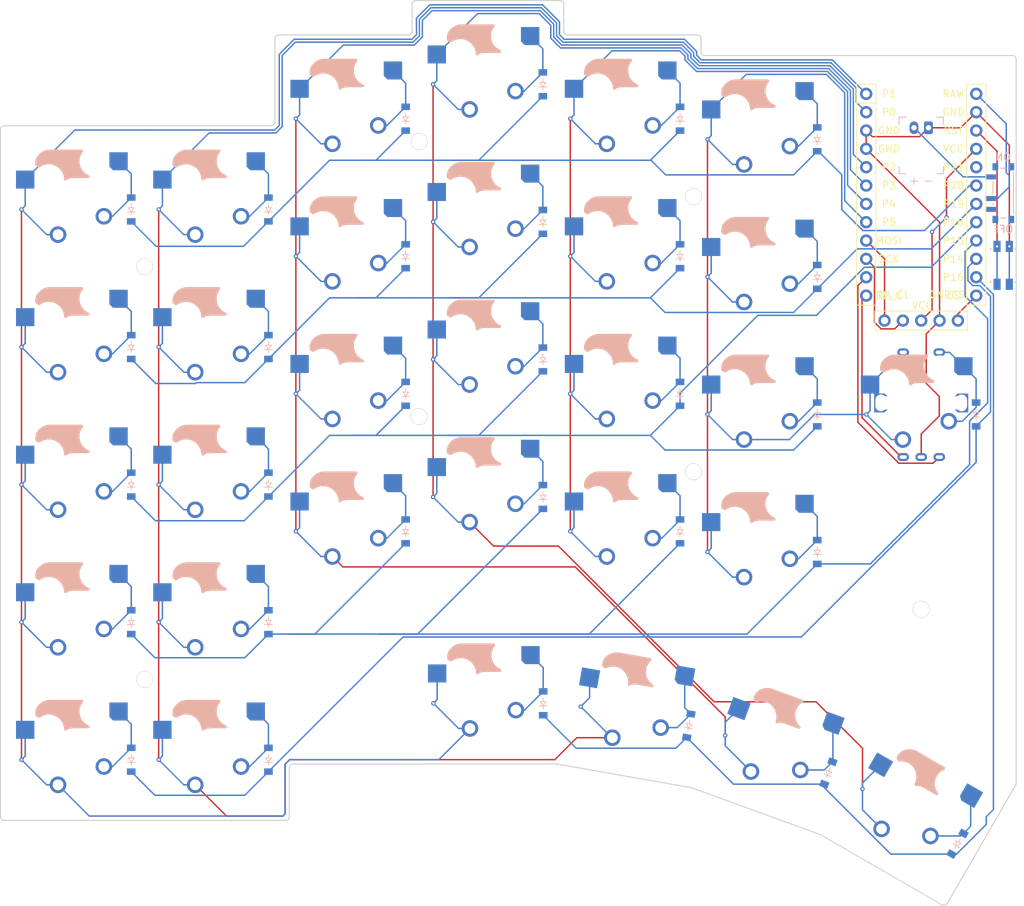
<source format=kicad_pcb>
(kicad_pcb (version 20240108) (generator "pcbnew") (generator_version "8.0")
  (title_block (title "clackr-left") (date "2024-09-07") (rev "v1.0.0") (company "Unknown"))
  (layers (0 "F.Cu" signal) (31 "B.Cu" signal) (34 "B.Paste" user) (35 "F.Paste" user) (36 "B.SilkS" user "B.Silkscreen") (37 "F.SilkS" user "F.Silkscreen") (38 "B.Mask" user) (39 "F.Mask" user) (44 "Edge.Cuts" user))
  (net 0 "")
  (net 1 "P1")
  (net 2 "P0")
  (net 3 "P2")
  (net 4 "P3")
  (net 5 "P4")
  (net 6 "P5")
  (net 7 "pinky0_modifiers")
  (net 8 "pinky0_bottom")
  (net 9 "pinky0_home")
  (net 10 "pinky0_top")
  (net 11 "pinky0_numerics")
  (net 12 "pinky1_modifiers")
  (net 13 "pinky1_bottom")
  (net 14 "pinky1_home")
  (net 15 "pinky1_top")
  (net 16 "pinky1_numerics")
  (net 17 "ring_bottom")
  (net 18 "ring_home")
  (net 19 "ring_top")
  (net 20 "ring_numerics")
  (net 21 "middle_bottom")
  (net 22 "middle_home")
  (net 23 "middle_top")
  (net 24 "middle_numerics")
  (net 25 "index0_bottom")
  (net 26 "index0_home")
  (net 27 "index0_top")
  (net 28 "index0_numerics")
  (net 29 "index1_bottom")
  (net 30 "index1_home")
  (net 31 "index1_top")
  (net 32 "index1_numerics")
  (net 33 "tucky_default")
  (net 34 "reachy_default")
  (net 35 "extra-reachy_default")
  (net 36 "extra-extra-reachy_default")
  (net 37 "encoder_default")
  (net 38 "P14")
  (net 39 "P15")
  (net 40 "P18")
  (net 41 "P19")
  (net 42 "P20")
  (net 43 "P16")
  (net 44 "RAW")
  (net 45 "GND")
  (net 46 "RST")
  (net 47 "VCC")
  (net 48 "P21")
  (net 49 "CS")
  (net 50 "MOSI")
  (net 51 "SCK")
  (net 52 "RE_A")
  (net 53 "RE_C")
  (net 54 "BAT_P")
  (footprint "ceoloide:mounting_hole_npth" (layer "F.Cu") (at 117 -19.2405)
    (property "Reference" "MH7" (hide yes))
    (property "Value" "")
  )
  (footprint "VIA-0.6mm" (layer "F.Cu") (at 30.4 -49.073)
    (property "Reference" "REF**" (hide yes))
    (property "Value" "VIA-0.6mm" (hide yes))
  )
  (footprint "ceoloide:rotary_encoder_ec11_ec12" (layer "F.Cu") (at 117 -47.8155)
    (property "Reference" "RE1" (hide yes))
    (property "Value" "")
  )
  (footprint "ceoloide:mounting_hole_npth" (layer "F.Cu") (at 85.475 -76.3905)
    (property "Reference" "MH6" (hide yes))
    (property "Value" "")
  )
  (footprint "VIA-0.6mm" (layer "F.Cu") (at 30.4 -87.173)
    (property "Reference" "REF**" (hide yes))
    (property "Value" "VIA-0.6mm" (hide yes))
  )
  (footprint "VIA-0.6mm" (layer "F.Cu") (at -7.6 -17.45)
    (property "Reference" "REF**" (hide yes))
    (property "Value" "VIA-0.6mm" (hide yes))
  )
  (footprint "VIA-0.6mm" (layer "F.Cu") (at -7.6 -55.55)
    (property "Reference" "REF**" (hide yes))
    (property "Value" "VIA-0.6mm" (hide yes))
  )
  (footprint "ceoloide:mounting_hole_npth" (layer "F.Cu") (at 9.475 -9.525)
    (property "Reference" "MH1" (hide yes))
    (property "Value" "")
  )
  (footprint "ceoloide:mounting_hole_npth" (layer "F.Cu") (at 47.475 -84.0105)
    (property "Reference" "MH4" (hide yes))
    (property "Value" "")
  )
  (footprint "VIA-0.6mm" (layer "F.Cu") (at 30.4 -68.123)
    (property "Reference" "REF**" (hide yes))
    (property "Value" "VIA-0.6mm" (hide yes))
  )
  (footprint "VIA-0.6mm" (layer "F.Cu") (at 49.4 -34.7855)
    (property "Reference" "REF**" (hide yes))
    (property "Value" "VIA-0.6mm" (hide yes))
  )
  (footprint "VIA-0.6mm" (layer "F.Cu") (at 49.4 -72.8855)
    (property "Reference" "REF**" (hide yes))
    (property "Value" "VIA-0.6mm" (hide yes))
  )
  (footprint "VIA-0.6mm" (layer "F.Cu") (at 68.4 -30.023)
    (property "Reference" "REF**" (hide yes))
    (property "Value" "VIA-0.6mm" (hide yes))
  )
  (footprint "VIA-0.6mm" (layer "F.Cu") (at 68.4 -87.173)
    (property "Reference" "REF**" (hide yes))
    (property "Value" "VIA-0.6mm" (hide yes))
  )
  (footprint "VIA-0.6mm" (layer "F.Cu") (at 89.855006 -1.766178 -20)
    (property "Reference" "REF**" (hide yes))
    (property "Value" "VIA-0.6mm" (hide yes))
  )
  (footprint "VIA-0.6mm" (layer "F.Cu") (at 11.4 1.6)
    (property "Reference" "REF**" (hide yes))
    (property "Value" "VIA-0.6mm" (hide yes))
  )
  (footprint "VIA-0.6mm" (layer "F.Cu") (at 11.4 -55.55)
    (property "Reference" "REF**" (hide yes))
    (property "Value" "VIA-0.6mm" (hide yes))
  )
  (footprint "VIA-0.6mm" (layer "F.Cu") (at 49.4 -91.9355)
    (property "Reference" "REF**" (hide yes))
    (property "Value" "VIA-0.6mm" (hide yes))
  )
  (footprint "VIA-0.6mm" (layer "F.Cu") (at 11.4 -74.6)
    (property "Reference" "REF**" (hide yes))
    (property "Value" "VIA-0.6mm" (hide yes))
  )
  (footprint "ceoloide:mcu_nice_nano" (layer "F.Cu") (at 117 -77.9155)
    (property "Reference" "MCU1" (hide yes))
    (property "Value" "")
  )
  (footprint "ceoloide:mounting_hole_npth" (layer "F.Cu") (at 9.475 -66.675)
    (property "Reference" "MH2" (hide yes))
    (property "Value" "")
  )
  (footprint "VIA-0.6mm" (layer "F.Cu") (at 49.4 -53.8355)
    (property "Reference" "REF**" (hide yes))
    (property "Value" "VIA-0.6mm" (hide yes))
  )
  (footprint "VIA-0.6mm" (layer "F.Cu") (at -7.6 -74.6)
    (property "Reference" "REF**" (hide yes))
    (property "Value" "VIA-0.6mm" (hide yes))
  )
  (footprint "VIA-0.6mm" (layer "F.Cu") (at 68.4 -49.073)
    (property "Reference" "REF**" (hide yes))
    (property "Value" "VIA-0.6mm" (hide yes))
  )
  (footprint "VIA-0.6mm" (layer "F.Cu") (at 69.846917 -5.755829 -10)
    (property "Reference" "REF**" (hide yes))
    (property "Value" "VIA-0.6mm" (hide yes))
  )
  (footprint "VIA-0.6mm" (layer "F.Cu") (at 30.4 -30.023)
    (property "Reference" "REF**" (hide yes))
    (property "Value" "VIA-0.6mm" (hide yes))
  )
  (footprint "ceoloide:display_nice_view" (layer "F.Cu") (at 117 -75.9155)
    (property "Reference" "DISP1" (hide yes))
    (property "Value" "")
  )
  (footprint "ceoloide:mounting_hole_npth" (layer "F.Cu") (at 85.475 -38.2905)
    (property "Reference" "MH5" (hide yes))
    (property "Value" "")
  )
  (footprint "VIA-0.6mm" (layer "F.Cu") (at 108.866331 5.63723 -30)
    (property "Reference" "REF**" (hide yes))
    (property "Value" "VIA-0.6mm" (hide yes))
  )
  (footprint "VIA-0.6mm" (layer "F.Cu") (at 87.4 -65.2655)
    (property "Reference" "REF**" (hide yes))
    (property "Value" "VIA-0.6mm" (hide yes))
  )
  (footprint "VIA-0.6mm" (layer "F.Cu") (at 87.4 -84.3155)
    (property "Reference" "REF**" (hide yes))
    (property "Value" "VIA-0.6mm" (hide yes))
  )
  (footprint "ceoloide:mounting_hole_npth" (layer "F.Cu") (at 47.475 -45.9105)
    (property "Reference" "MH3" (hide yes))
    (property "Value" "")
  )
  (footprint "VIA-0.6mm" (layer "F.Cu") (at 87.4 -27.1655)
    (property "Reference" "REF**" (hide yes))
    (property "Value" "VIA-0.6mm" (hide yes))
  )
  (footprint "VIA-0.6mm" (layer "F.Cu") (at -7.6 1.6)
    (property "Reference" "REF**" (hide yes))
    (property "Value" "VIA-0.6mm" (hide yes))
  )
  (footprint "VIA-0.6mm" (layer "F.Cu") (at 11.4 -36.5)
    (property "Reference" "REF**" (hide yes))
    (property "Value" "VIA-0.6mm" (hide yes))
  )
  (footprint "VIA-0.6mm" (layer "F.Cu") (at -7.6 -36.5)
    (property "Reference" "REF**" (hide yes))
    (property "Value" "VIA-0.6mm" (hide yes))
  )
  (footprint "VIA-0.6mm" (layer "F.Cu") (at 49.45 -6.2105)
    (property "Reference" "REF**" (hide yes))
    (property "Value" "VIA-0.6mm" (hide yes))
  )
  (footprint "VIA-0.6mm" (layer "F.Cu") (at 109.4 -46.2155)
    (property "Reference" "REF**" (hide yes))
    (property "Value" "VIA-0.6mm" (hide yes))
  )
  (footprint "VIA-0.6mm" (layer "F.Cu") (at 68.4 -68.123)
    (property "Reference" "REF**" (hide yes))
    (property "Value" "VIA-0.6mm" (hide yes))
  )
  (footprint "VIA-0.6mm" (layer "F.Cu") (at 11.4 -17.45)
    (property "Reference" "REF**" (hide yes))
    (property "Value" "VIA-0.6mm" (hide yes))
  )
  (footprint "VIA-0.6mm" (layer "F.Cu") (at 87.4 -46.2155)
    (property "Reference" "REF**" (hide yes))
    (property "Value" "VIA-0.6mm" (hide yes))
  )
  (footprint "ceoloide:switch_mx" (layer "B.Cu") (at 57 -93.5355)
    (property "Reference" "S18" (hide yes))
    (property "Value" "")
  )
  (footprint "ceoloide:diode_tht_sod123" (layer "B.Cu") (at 7.6 -55.55 90)
    (property "Reference" "D4" (hide yes))
    (property "Value" "")
  )
  (footprint "ceoloide:diode_tht_sod123" (layer "B.Cu") (at 104.138333 3.432529 70)
    (property "Reference" "D29" (hide yes))
    (property "Value" "")
  )
  (footprint "ceoloide:switch_mx" (layer "B.Cu") (at 95 -66.8655)
    (property "Reference" "S25" (hide yes))
    (property "Value" "")
  )
  (footprint "ceoloide:diode_tht_sod123" (layer "B.Cu") (at 83.6 -87.173 90)
    (property "Reference" "D22" (hide yes))
    (property "Value" "")
  )
  (footprint "ceoloide:diode_tht_sod123" (layer "B.Cu") (at 45.6 -49.073 90)
    (property "Reference" "D12" (hide yes))
    (property "Value" "")
  )
  (footprint "ceoloide:diode_tht_sod123" (layer "B.Cu") (at 124.6 -46.2155 90)
    (property "Reference" "D31" (hide yes))
    (property "Value" "")
  )
  (footprint "ceoloide:diode_tht_sod123" (layer "B.Cu") (at 26.6 -74.6 90)
    (property "Reference" "D10" (hide yes))
    (property "Value" "")
  )
  (footprint "ceoloide:diode_tht_sod123" (layer "B.Cu") (at 26.6 1.6 90)
    (property "Reference" "D6" (hide yes))
    (property "Value" "")
  )
  (footprint "ceoloide:reset_switch_smd_side" (layer "B.Cu") (at 128.35 -66.8655 -90)
    (property "Reference" "RST1" (hide yes))
    (property "Value" "")
  )
  (footprint "ceoloide:diode_tht_sod123" (layer "B.Cu") (at 26.6 -36.5 90)
    (property "Reference" "D8" (hide yes))
    (property "Value" "")
  )
  (footprint "ceoloide:switch_mx" (layer "B.Cu") (at 19 -38.1)
    (property "Reference" "S8" (hide yes))
    (property "Value" "")
  )
  (footprint "ceoloide:diode_tht_sod123" (layer "B.Cu") (at 64.6 -53.8355 90)
    (property "Reference" "D16" (hide yes))
    (property "Value" "")
  )
  (footprint "ceoloide:battery_connector_jst_ph_2" (layer "B.Cu") (at 117 -85.9155)
    (property "Reference" "JST1" (hide yes))
    (property "Value" "")
  )
  (footprint "ceoloide:diode_tht_sod123" (layer "B.Cu") (at 102.6 -46.2155 90)
    (property "Reference" "D24" (hide yes))
    (property "Value" "")
  )
  (footprint "ceoloide:switch_mx" (layer "B.Cu") (at 0 -76.2)
    (property "Reference" "S5" (hide yes))
    (property "Value" "")
  )
  (footprint "ceoloide:diode_tht_sod123" (layer "B.Cu") (at 83.6 -49.073 90)
    (property "Reference" "D20" (hide yes))
    (property "Value" "")
  )
  (footprint "ceoloide:switch_mx" (layer "B.Cu") (at 19 -57.15)
    (property "Reference" "S9" (hide yes))
    (property "Value" "")
  )
  (footprint "ceoloide:switch_mx" (layer "B.Cu") (at 38 -88.773)
    (property "Reference" "S14" (hide yes))
    (property "Value" "")
  )
  (footprint "ceoloide:diode_tht_sod123" (layer "B.Cu") (at 64.6 -34.7855 90)
    (property "Reference" "D15" (hide yes))
    (property "Value" "")
  )
  (footprint "ceoloide:diode_tht_sod123" (layer "B.Cu") (at 102.6 -84.3155 90)
    (property "Reference" "D26" (hide yes))
    (property "Value" "")
  )
  (footprint "ceoloide:diode_tht_sod123" (layer "B.Cu") (at 64.6 -72.8855 90)
    (property "Reference" "D17" (hide yes))
    (property "Value" "")
  )
  (footprint "ceoloide:switch_mx" (layer "B.Cu") (at 95 -47.8155)
    (property "Reference" "S24" (hide yes))
    (property "Value" "")
  )
  (footprint "ceoloide:diode_tht_sod123" (layer "B.Cu") (at 45.6 -87.173 90)
    (property "Reference" "D14" (hide yes))
    (property "Value" "")
  )
  (footprint "ceoloide:diode_tht_sod123" (layer "B.Cu") (at 26.6 -55.55 90)
    (property "Reference" "D9" (hide yes))
    (property "Value" "")
  )
  (footprint "ceoloide:switch_mx" (layer "B.Cu") (at 57 -36.3855)
    (property "Reference" "S15" (hide yes))
    (property "Value" "")
  )
  (footprint "ceoloide:switch_mx" (layer "B.Cu") (at 38 -50.673)
    (property "Reference" "S12" (hide yes))
    (property "Value" "")
  )
  (footprint "ceoloide:switch_mx" (layer "B.Cu") (at 38 -69.723)
    (property "Reference" "S13" (hide yes))
    (property "Value" "")
  )
  (footprint "ceoloide:switch_mx" (layer "B.Cu") (at 95 -28.7655)
    (property "Reference" "S23" (hide yes))
    (property "Value" "")
  )
  (footprint "ceoloide:diode_tht_sod123" (layer "B.Cu") (at 83.6 -68.123 90)
    (property "Reference" "D21" (hide yes))
    (property "Value" "")
  )
  (footprint "ceoloide:power_switch_smd_side" (layer "B.Cu") (at 128.35 -76.8655)
    (property "Reference" "PWR1" (hide yes))
    (property "Value" "")
  )
  (footprint "ceoloide:diode_tht_sod123" (layer "B.Cu") (at 84.815995 -3.116376 80)
    (property "Reference" "D28" (hide yes))
    (property "Value" "")
  )
  (footprint "ceoloide:diode_tht_sod123" (layer "B.Cu") (at 64.65 -6.2105 90)
    (property "Reference" "D27" (hide yes))
    (property "Value" "")
  )
  (footprint "ceoloide:switch_mx" (layer "B.Cu") (at 57 -55.4355)
    (property "Reference" "S16" (hide yes))
    (property "Value" "")
  )
  (footprint "ceoloide:switch_mx" (layer "B.Cu") (at 0 0)
    (property "Reference" "S1" (hide yes))
    (property "Value" "")
  )
  (footprint "ceoloide:switch_mx" (layer "B.Cu") (at 0 -57.15)
    (property "Reference" "S4" (hide yes))
    (property "Value" "")
  )
  (footprint "ceoloide:switch_mx" (layer "B.Cu") (at 0 -19.05)
    (property "Reference" "S2" (hide yes))
    (property "Value" "")
  )
  (footprint "ceoloide:switch_mx" (layer "B.Cu") (at 57 -74.4855)
    (property "Reference" "S17" (hide yes))
    (property "Value" "")
  )
  (footprint "ceoloide:diode_tht_sod123" (layer "B.Cu") (at 102.6 -27.1655 90)
    (property "Reference" "D23" (hide yes))
    (property "Value" "")
  )
  (footprint "ceoloide:diode_tht_sod123" (layer "B.Cu") (at 45.6 -30.023 90)
    (property "Reference" "D11" (hide yes))
    (property "Value" "")
  )
  (footprint "ceoloide:diode_tht_sod123" (layer "B.Cu") (at 45.6 -68.123 90)
    (property "Reference" "D13" (hide yes))
    (property "Value" "")
  )
  (footprint "ceoloide:switch_mx" (layer "B.Cu") (at 97.543902 -0.670333 -20)
    (property "Reference" "S29" (hide yes))
    (property "Value" "")
  )
  (footprint "ceoloide:switch_mx" (layer "B.Cu") (at 76 -31.623)
    (property "Reference" "S19" (hide yes))
    (property "Value" "")
  )
  (footprint "ceoloide:switch_mx" (layer "B.Cu") (at 76 -88.773)
    (property "Reference" "S22" (hide yes))
    (property "Value" "")
  )
  (footprint "ceoloide:switch_mx" (layer "B.Cu") (at 19 0)
    (property "Reference" "S6" (hide yes))
    (property "Value" "")
  )
  (footprint "ceoloide:switch_mx" (layer "B.Cu") (at 116.248124 8.051589 -30)
    (property "Reference" "S30" (hide yes))
    (property "Value" "")
  )
  (footprint "ceoloide:switch_mx" (layer "B.Cu") (at 95 -85.9155)
    (property "Reference" "S26" (hide yes))
    (property "Value" "")
  )
  (footprint "ceoloide:diode_tht_sod123" (layer "B.Cu") (at 7.6 -74.6 90)
    (property "Reference" "D5" (hide yes))
    (property "Value" "")
  )
  (footprint "ceoloide:switch_mx" (layer "B.Cu") (at 117 -47.8155)
    (property "Reference" "S31" (hide yes))
    (property "Value" "")
  )
  (footprint "ceoloide:switch_mx" (layer "B.Cu") (at 19 -19.05)
    (property "Reference" "S7" (hide yes))
    (property "Value" "")
  )
  (footprint "ceoloide:diode_tht_sod123" (layer "B.Cu") (at 26.6 -17.45 90)
    (property "Reference" "D7" (hide yes))
    (property "Value" "")
  )
  (footprint "ceoloide:switch_mx" (layer "B.Cu") (at 19 -76.2)
    (property "Reference" "S10" (hide yes))
    (property "Value" "")
  )
  (footprint "ceoloide:switch_mx" (layer "B.Cu") (at 57.05 -7.8105)
    (property "Reference" "S27" (hide yes))
    (property "Value" "")
  )
  (footprint "ceoloide:switch_mx" (layer "B.Cu") (at 76 -69.723)
    (property "Reference" "S21" (hide yes))
    (property "Value" "")
  )
  (footprint "ceoloide:diode_tht_sod123" (layer "B.Cu") (at 7.6 -17.45 90)
    (property "Reference" "D2" (hide yes))
    (property "Value" "")
  )
  (footprint "ceoloide:switch_mx" (layer "B.Cu") (at 0 -38.1)
    (property "Reference" "S3" (hide yes))
    (property "Value" "")
  )
  (footprint "ceoloide:diode_tht_sod123" (layer "B.Cu") (at 64.6 -91.9355 90)
    (property "Reference" "D18" (hide yes))
    (property "Value" "")
  )
  (footprint "ceoloide:diode_tht_sod123" (layer "B.Cu") (at 83.6 -30.023 90)
    (property "Reference" "D19" (hide yes))
    (property "Value" "")
  )
  (footprint "ceoloide:switch_mx" (layer "B.Cu") (at 77.609293 -6.011795 -10)
    (property "Reference" "S28" (hide yes))
    (property "Value" "")
  )
  (footprint "ceoloide:diode_tht_sod123" (layer "B.Cu") (at 102.6 -65.2655 90)
    (property "Reference" "D25" (hide yes))
    (property "Value" "")
  )
  (footprint "ceoloide:switch_mx" (layer "B.Cu") (at 76 -50.673)
    (property "Reference" "S20" (hide yes))
    (property "Value" "")
  )
  (footprint "ceoloide:diode_tht_sod123" (layer "B.Cu") (at 122.029917 13.23723 60)
    (property "Reference" "D30" (hide yes))
    (property "Value" "")
  )
  (footprint "ceoloide:switch_mx" (layer "B.Cu") (at 38 -31.623)
    (property "Reference" "S11" (hide yes))
    (property "Value" "")
  )
  (footprint "ceoloide:diode_tht_sod123" (layer "B.Cu") (at 7.6 1.6 90)
    (property "Reference" "D1" (hide yes))
    (property "Value" "")
  )
  (footprint "ceoloide:diode_tht_sod123" (layer "B.Cu") (at 7.6 -36.5 90)
    (property "Reference" "D3" (hide yes))
    (property "Value" "")
  )
  (gr_circle (center 85.475 -76.3905) (end 86.575 -76.3905) (stroke (width 0.15)) (fill none) (layer "Edge.Cuts"))
  (gr_line (start 46 -98.773) (end 28 -98.773) (stroke (width 0.15)) (layer "Edge.Cuts"))
  (gr_arc (start 102.994116 11.955161) (mid 103.034415 11.971854) (end 103.073106 11.991994) (stroke (width 0.15)) (layer "Edge.Cuts"))
  (gr_arc (start 46.5 -99.273) (mid 46.353553 -98.919447) (end 46 -98.773) (stroke (width 0.15)) (layer "Edge.Cuts"))
  (gr_line (start 48.5 2.1895) (end 66.489698 2.1895) (stroke (width 0.15)) (layer "Edge.Cuts"))
  (gr_arc (start 68 -98.773) (mid 67.646447 -98.919447) (end 67.5 -99.273) (stroke (width 0.15)) (layer "Edge.Cuts"))
  (gr_arc (start 85.169099 5.475469) (mid 85.211685 5.484909) (end 85.253285 5.498027) (stroke (width 0.15)) (layer "Edge.Cuts"))
  (gr_line (start 87 -95.9155) (end 129.647 -95.9155) (stroke (width 0.15)) (layer "Edge.Cuts"))
  (gr_line (start 30 2.197) (end 48.5 2.197) (stroke (width 0.15)) (layer "Edge.Cuts"))
  (gr_line (start 27.5 -86.7) (end 27.5 -98.273) (stroke (width 0.15)) (layer "Edge.Cuts"))
  (gr_line (start 66.576523 2.197096) (end 85.169099 5.475469) (stroke (width 0.15)) (layer "Edge.Cuts"))
  (gr_arc (start 87 -95.9155) (mid 86.646447 -96.061947) (end 86.5 -96.4155) (stroke (width 0.15)) (layer "Edge.Cuts"))
  (gr_arc (start -10.5 -85.7) (mid -10.353553 -86.053553) (end -10 -86.2) (stroke (width 0.15)) (layer "Edge.Cuts"))
  (gr_line (start 86 -98.773) (end 68 -98.773) (stroke (width 0.15)) (layer "Edge.Cuts"))
  (gr_line (start 29.5 9.5) (end 29.5 2.697) (stroke (width 0.15)) (layer "Edge.Cuts"))
  (gr_arc (start 129.647 -95.9155) (mid 130.000553 -95.769053) (end 130.147 -95.4155) (stroke (width 0.15)) (layer "Edge.Cuts"))
  (gr_line (start 120.591391 21.528831) (end 130.091391 5.074348) (stroke (width 0.15)) (layer "Edge.Cuts"))
  (gr_arc (start 29.5 9.5) (mid 29.353553 9.853553) (end 29 10) (stroke (width 0.15)) (layer "Edge.Cuts"))
  (gr_arc (start 86 -98.773) (mid 86.353553 -98.626553) (end 86.5 -98.273) (stroke (width 0.15)) (layer "Edge.Cuts"))
  (gr_line (start 67.5 -99.273) (end 67.5 -103.0355) (stroke (width 0.15)) (layer "Edge.Cuts"))
  (gr_line (start 46.5 -103.0355) (end 46.5 -99.273) (stroke (width 0.15)) (layer "Edge.Cuts"))
  (gr_arc (start 130.147 4.718289) (mid 130.152373 4.901497) (end 130.091391 5.074348) (stroke (width 0.15)) (layer "Edge.Cuts"))
  (gr_arc (start 66.489698 2.1895) (mid 66.533276 2.191402) (end 66.576523 2.197096) (stroke (width 0.15)) (layer "Edge.Cuts"))
  (gr_line (start 67 -103.5355) (end 47 -103.5355) (stroke (width 0.15)) (layer "Edge.Cuts"))
  (gr_line (start 86.5 -96.4155) (end 86.5 -98.273) (stroke (width 0.15)) (layer "Edge.Cuts"))
  (gr_circle (center 85.475 -38.2905) (end 86.575 -38.2905) (stroke (width 0.15)) (fill none) (layer "Edge.Cuts"))
  (gr_arc (start -10 10) (mid -10.353553 9.853553) (end -10.5 9.5) (stroke (width 0.15)) (layer "Edge.Cuts"))
  (gr_arc (start 29.5 2.697) (mid 29.646447 2.343447) (end 30 2.197) (stroke (width 0.15)) (layer "Edge.Cuts"))
  (gr_line (start 103.073106 11.991994) (end 119.908378 21.711844) (stroke (width 0.15)) (layer "Edge.Cuts"))
  (gr_arc (start 67 -103.5355) (mid 67.353553 -103.389053) (end 67.5 -103.0355) (stroke (width 0.15)) (layer "Edge.Cuts"))
  (gr_arc (start 46.5 -103.0355) (mid 46.646447 -103.389053) (end 47 -103.5355) (stroke (width 0.15)) (layer "Edge.Cuts"))
  (gr_arc (start 120.591391 21.528831) (mid 120.287789 21.761765) (end 119.908378 21.711843) (stroke (width 0.15)) (layer "Edge.Cuts"))
  (gr_line (start -10 -86.2) (end 27 -86.2) (stroke (width 0.15)) (layer "Edge.Cuts"))
  (gr_circle (center 117 -19.2405) (end 118.1 -19.2405) (stroke (width 0.15)) (fill none) (layer "Edge.Cuts"))
  (gr_arc (start 27.5 -98.273) (mid 27.646447 -98.626553) (end 28 -98.773) (stroke (width 0.15)) (layer "Edge.Cuts"))
  (gr_circle (center 47.475 -45.9105) (end 48.575 -45.9105) (stroke (width 0.15)) (fill none) (layer "Edge.Cuts"))
  (gr_line (start 48.5 2.1895) (end 48.5 2.197) (stroke (width 0.15)) (layer "Edge.Cuts"))
  (gr_line (start 85.253285 5.498027) (end 102.994116 11.955161) (stroke (width 0.15)) (layer "Edge.Cuts"))
  (gr_circle (center 47.475 -84.0105) (end 48.575 -84.0105) (stroke (width 0.15)) (fill none) (layer "Edge.Cuts"))
  (gr_line (start 130.147 -95.4155) (end 130.147 4.718289) (stroke (width 0.15)) (layer "Edge.Cuts"))
  (gr_circle (center 9.475 -9.525) (end 10.575 -9.525) (stroke (width 0.15)) (fill none) (layer "Edge.Cuts"))
  (gr_circle (center 9.475 -66.675) (end 10.575 -66.675) (stroke (width 0.15)) (fill none) (layer "Edge.Cuts"))
  (gr_line (start -10 10) (end 29 10) (stroke (width 0.15)) (layer "Edge.Cuts"))
  (gr_arc (start 27.5 -86.7) (mid 27.353553 -86.346447) (end 27 -86.2) (stroke (width 0.15)) (layer "Edge.Cuts"))
  (gr_line (start -10.5 9.5) (end -10.5 -85.7) (stroke (width 0.15)) (layer "Edge.Cuts"))
  (segment (start -7.6 -74.6) (end -7.6 1.6) (width 0.2) (layer "F.Cu") (net 1))
  (segment (start 31 -98.173) (end 31.000268 -98.172732) (width 0.2) (layer "B.Cu") (net 1))
  (segment (start 84.215512 -98.173) (end 85.892035 -96.496477) (width 0.2) (layer "B.Cu") (net 1))
  (segment (start -2.54 5.08) (end 1.78 9.4) (width 0.2) (layer "B.Cu") (net 1))
  (segment (start -7.6 1.6) (end -4.12 5.08) (width 0.2) (layer "B.Cu") (net 1))
  (segment (start 86.540318 -95.3155) (end 104.68 -95.3155) (width 0.2) (layer "B.Cu") (net 1))
  (segment (start -7.6 -55.55) (end -4.12 -52.07) (width 0.2) (layer "B.Cu") (net 1))
  (segment (start -7.085 -40.64) (end -7.085 -37.015) (width 0.2) (layer "B.Cu") (net 1))
  (segment (start -4.12 -13.97) (end -2.54 -13.97) (width 0.2) (layer "B.Cu") (net 1))
  (segment (start 49.45 -6.2105) (end 52.93 -2.7305) (width 0.2) (layer "B.Cu") (net 1))
  (segment (start -7.6 -36.5) (end -4.12 -33.02) (width 0.2) (layer "B.Cu") (net 1))
  (segment (start -7.085 -59.69) (end -7.085 -56.065) (width 0.2) (layer "B.Cu") (net 1))
  (segment (start 27.459414 -85.599732) (end 28.1 -86.240318) (width 0.2) (layer "B.Cu") (net 1))
  (segment (start -7.085 1.085) (end -7.6 1.6) (width 0.2) (layer "B.Cu") (net 1))
  (segment (start 9.6 -85.6) (end 9.600268 -85.599732) (width 0.2) (layer "B.Cu") (net 1))
  (segment (start 64.5645 -102.9355) (end 66.9 -100.6) (width 0.2) (layer "B.Cu") (net 1))
  (segment (start -4.12 -71.12) (end -2.54 -71.12) (width 0.2) (layer "B.Cu") (net 1))
  (segment (start -4.12 -52.07) (end -2.54 -52.07) (width 0.2) (layer "B.Cu") (net 1))
  (segment (start 30.173 -98.173) (end 31 -98.173) (width 0.2) (layer "B.Cu") (net 1))
  (segment (start 66.9 -100.6) (end 66.9 -100) (width 0.2) (layer "B.Cu") (net 1))
  (segment (start -7.085 -75.115) (end -7.6 -74.6) (width 0.2) (layer "B.Cu") (net 1))
  (segment (start 47.1 -101.1) (end 48.9355 -102.9355) (width 0.2) (layer "B.Cu") (net 1))
  (segment (start 28.9 9.1) (end 28.9 2.237318) (width 0.2) (layer "B.Cu") (net 1))
  (segment (start -7.085 -2.54) (end -7.085 1.085) (width 0.2) (layer "B.Cu") (net 1))
  (segment (start 48.9355 -102.9355) (end 64.5645 -102.9355) (width 0.2) (layer "B.Cu") (net 1))
  (segment (start 85.892567 -96.480176) (end 85.892567 -95.963251) (width 0.2) (layer "B.Cu") (net 1))
  (segment (start 66.899732 -99.999732) (end 66.899732 -98.813586) (width 0.2) (layer "B.Cu") (net 1))
  (segment (start 85.892035 -96.496477) (end 85.892567 -96.480176) (width 0.2) (layer "B.Cu") (net 1))
  (segment (start 52.93 -2.7305) (end 54.51 -2.7305) (width 0.2) (layer "B.Cu") (net 1))
  (segment (start -4.12 5.08) (end -2.54 5.08) (width 0.2) (layer "B.Cu") (net 1))
  (segment (start 28.1 -86.240318) (end 28.1 -96.1) (width 0.2) (layer "B.Cu") (net 1))
  (segment (start 1.78 9.4) (end 28.6 9.4) (width 0.2) (layer "B.Cu") (net 1))
  (segment (start 67.540318 -98.173) (end 84.215512 -98.173) (width 0.2) (layer "B.Cu") (net 1))
  (segment (start -7.085 -37.015) (end -7.6 -36.5) (width 0.2) (layer "B.Cu") (net 1))
  (segment (start 47.1 -99.9) (end 47.1 -101.1) (width 0.2) (layer "B.Cu") (net 1))
  (segment (start 49.965 -10.3505) (end 49.965 -6.7255) (width 0.2) (layer "B.Cu") (net 1))
  (segment (start 28.6 9.4) (end 28.9 9.1) (width 0.2) (layer "B.Cu") (net 1))
  (segment (start 49.965 -6.7255) (end 49.45 -6.2105) (width 0.2) (layer "B.Cu") (net 1))
  (segment (start -7.6 -17.45) (end -4.12 -13.97) (width 0.2) (layer "B.Cu") (net 1))
  (segment (start -7.6 -74.6) (end -4.12 -71.12) (width 0.2) (layer "B.Cu") (net 1))
  (segment (start 45.5075 1.5895) (end 50.19 1.5895) (width 0.2) (layer "B.Cu") (net 1))
  (segment (start 104.68 -95.3155) (end 109.38 -90.6155) (width 0.2) (layer "B.Cu") (net 1))
  (segment (start -7.085 -56.065) (end -7.6 -55.55) (width 0.2) (layer "B.Cu") (net 1))
  (segment (start -4.12 -33.02) (end -2.54 -33.02) (width 0.2) (layer "B.Cu") (net 1))
  (segment (start 66.899732 -98.813586) (end 67.540318 -98.173) (width 0.2) (layer "B.Cu") (net 1))
  (segment (start -7.085 -17.965) (end -7.6 -17.45) (width 0.2) (layer "B.Cu") (net 1))
  (segment (start 47.112852 -99.887148) (end 47.1 -99.9) (width 0.2) (layer "B.Cu") (net 1))
  (segment (start 9.600268 -85.599732) (end 27.459414 -85.599732) (width 0.2) (layer "B.Cu") (net 1))
  (segment (start 31.000268 -98.172732) (end 46.459414 -98.172732) (width 0.2) (layer "B.Cu") (net 1))
  (segment (start 50.19 1.5895) (end 54.51 -2.7305) (width 0.2) (layer "B.Cu") (net 1))
  (segment (start -7.085 -78.74) (end -7.085 -75.115) (width 0.2) (layer "B.Cu") (net 1))
  (segment (start 45.5 1.597) (end 45.5075 1.5895) (width 0.2) (layer "B.Cu") (net 1))
  (segment (start 47.112852 -98.82617) (end 47.112852 -99.887148) (width 0.2) (layer "B.Cu") (net 1))
  (segment (start 29.540318 1.597) (end 45.5 1.597) (width 0.2) (layer "B.Cu") (net 1))
  (segment (start 85.892567 -95.963251) (end 86.540318 -95.3155) (width 0.2) (layer "B.Cu") (net 1))
  (segment (start -7.085 -21.59) (end -7.085 -17.965) (width 0.2) (layer "B.Cu") (net 1))
  (segment (start 46.459414 -98.172732) (end 47.112852 -98.82617) (width 0.2) (layer "B.Cu") (net 1))
  (segment (start 28.1 -96.1) (end 30.173 -98.173) (width 0.2) (layer "B.Cu") (net 1))
  (segment (start -0.225 -85.6) (end 9.6 -85.6) (width 0.2) (layer "B.Cu") (net 1))
  (segment (start 28.9 2.237318) (end 29.540318 1.597) (width 0.2) (layer "B.Cu") (net 1))
  (segment (start -7.085 -78.74) (end -0.225 -85.6) (width 0.2) (layer "B.Cu") (net 1))
  (segment (start 66.9 -100) (end 66.899732 -99.999732) (width 0.2) (layer "B.Cu") (net 1))
  (segment (start 16.46 5.08) (end 20.78 9.4) (width 0.2) (layer "F.Cu") (net 2))
  (segment (start 28.9 2.237318) (end 29.55317 1.584148) (width 0.2) (layer "F.Cu") (net 2))
  (segment (start 66.263529 1.5895) (end 69.303067 -1.450038) (width 0.2) (layer "F.Cu") (net 2))
  (segment (start 20.78 9.4) (end 28.6 9.4) (width 0.2) (layer "F.Cu") (net 2))
  (segment (start 29.55317 1.584148) (end 30.230733 1.584148) (width 0.2) (layer "F.Cu") (net 2))
  (segment (start 30.236085 1.5895) (end 66.263529 1.5895) (width 0.2) (layer "F.Cu") (net 2))
  (segment (start 11.4 -74.6) (end 11.4 1.6) (width 0.2) (layer "F.Cu") (net 2))
  (segment (start 28.6 9.4) (end 28.9 9.1) (width 0.2) (layer "F.Cu") (net 2))
  (segment (start 28.9 9.1) (end 28.9 2.237318) (width 0.2) (layer "F.Cu") (net 2))
  (segment (start 69.303067 -1.450038) (end 74.225749 -1.450038) (width 0.2) (layer "F.Cu") (net 2))
  (segment (start 30.230733 1.584148) (end 30.236085 1.5895) (width 0.2) (layer "F.Cu") (net 2))
  (segment (start 11.915 -59.69) (end 11.915 -56.065) (width 0.2) (layer "B.Cu") (net 2))
  (segment (start 11.915 -78.74) (end 18.374732 -85.199732) (width 0.2) (layer "B.Cu") (net 2))
  (segment (start 47.5 -100.934314) (end 49.101186 -102.5355) (width 0.2) (layer "B.Cu") (net 2))
  (segment (start 64.398814 -102.5355) (end 66.5 -100.434314) (width 0.2) (layer "B.Cu") (net 2))
  (segment (start 18.374732 -85.199732) (end 27.6251 -85.199732) (width 0.2) (layer "B.Cu") (net 2))
  (segment (start 66.5 -100.434314) (end 66.5 -98.647632) (width 0.2) (layer "B.Cu") (net 2))
  (segment (start 47.512852 -98.660485) (end 47.512852 -100.052834) (width 0.2) (layer "B.Cu") (net 2))
  (segment (start 108 -91.429814) (end 108 -89.4555) (width 0.2) (layer "B.Cu") (net 2))
  (segment (start 85.492567 -95.797565) (end 86.374632 -94.9155) (width 0.2) (layer "B.Cu") (net 2))
  (segment (start 47.5 -100.065686) (end 47.5 -100.934314) (width 0.2) (layer "B.Cu") (net 2))
  (segment (start 14.88 -13.97) (end 16.46 -13.97) (width 0.2) (layer "B.Cu") (net 2))
  (segment (start 11.915 1.085) (end 11.4 1.6) (width 0.2) (layer "B.Cu") (net 2))
  (segment (start 14.88 -52.07) (end 16.46 -52.07) (width 0.2) (layer "B.Cu") (net 2))
  (segment (start 85.492567 -96.330259) (end 85.492567 -95.797565) (width 0.2) (layer "B.Cu") (net 2))
  (segment (start 66.5 -98.647632) (end 67.374632 -97.773) (width 0.2) (layer "B.Cu") (net 2))
  (segment (start 11.915 -56.065) (end 11.4 -55.55) (width 0.2) (layer "B.Cu") (net 2))
  (segment (start 108 -89.4555) (end 109.38 -88.0755) (width 0.2) (layer "B.Cu") (net 2))
  (segment (start 11.915 -75.115) (end 11.4 -74.6) (width 0.2) (layer "B.Cu") (net 2))
  (segment (start 86.374632 -94.9155) (end 104.514314 -94.9155) (width 0.2) (layer "B.Cu") (net 2))
  (segment (start 11.915 -21.59) (end 11.915 -17.965) (width 0.2) (layer "B.Cu") (net 2))
  (segment (start 14.88 5.08) (end 16.46 5.08) (width 0.2) (layer "B.Cu") (net 2))
  (segment (start 14.88 -71.12) (end 16.46 -71.12) (width 0.2) (layer "B.Cu") (net 2))
  (segment (start 49.101186 -102.5355) (end 64.398814 -102.5355) (width 0.2) (layer "B.Cu") (net 2))
  (segment (start 11.4 -74.6) (end 14.88 -71.12) (width 0.2) (layer "B.Cu") (net 2))
  (segment (start 71.072996 -6.981908) (end 69.846917 -5.755829) (width 0.2) (layer "B.Cu") (net 2))
  (segment (start 28.5 -95.934314) (end 30.338418 -97.772732) (width 0.2) (layer "B.Cu") (net 2))
  (segment (start 46.625099 -97.772732) (end 47.512852 -98.660485) (width 0.2) (layer "B.Cu") (net 2))
  (segment (start 47.512852 -100.052834) (end 47.5 -100.065686) (width 0.2) (layer "B.Cu") (net 2))
  (segment (start 11.915 -2.54) (end 11.915 1.085) (width 0.2) (layer "B.Cu") (net 2))
  (segment (start 67.374632 -97.773) (end 84.049826 -97.773) (width 0.2) (layer "B.Cu") (net 2))
  (segment (start 28.5 -86.074632) (end 28.5 -95.934314) (width 0.2) (layer "B.Cu") (net 2))
  (segment (start 14.88 -33.02) (end 16.46 -33.02) (width 0.2) (layer "B.Cu") (net 2))
  (segment (start 74.152708 -1.450038) (end 74.225749 -1.450038) (width 0.2) (layer "B.Cu") (net 2))
  (segment (start 11.915 -78.74) (end 11.915 -75.115) (width 0.2) (layer "B.Cu") (net 2))
  (segment (start 11.4 1.6) (end 14.88 5.08) (width 0.2) (layer "B.Cu") (net 2))
  (segment (start 71.072996 -9.743504) (end 71.072996 -6.981908) (width 0.2) (layer "B.Cu") (net 2))
  (segment (start 11.915 -40.64) (end 11.915 -37.015) (width 0.2) (layer "B.Cu") (net 2))
  (segment (start 11.4 -17.45) (end 14.88 -13.97) (width 0.2) (layer "B.Cu") (net 2))
  (segment (start 69.846917 -5.755829) (end 74.152708 -1.450038) (width 0.2) (layer "B.Cu") (net 2))
  (segment (start 11.915 -37.015) (end 11.4 -36.5) (width 0.2) (layer "B.Cu") (net 2))
  (segment (start 30.338418 -97.772732) (end 46.625099 -97.772732) (width 0.2) (layer "B.Cu") (net 2))
  (segment (start 84.049826 -97.773) (end 85.492567 -96.330259) (width 0.2) (layer "B.Cu") (net 2))
  (segment (start 27.6251 -85.199732) (end 28.5 -86.074632) (width 0.2) (layer "B.Cu") (net 2))
  (segment (start 104.514314 -94.9155) (end 108 -91.429814) (width 0.2) (layer "B.Cu") (net 2))
  (segment (start 11.4 -36.5) (end 14.88 -33.02) (width 0.2) (layer "B.Cu") (net 2))
  (segment (start 11.4 -55.55) (end 14.88 -52.07) (width 0.2) (layer "B.Cu") (net 2))
  (segment (start 11.915 -17.965) (end 11.4 -17.45) (width 0.2) (layer "B.Cu") (net 2))
  (segment (start 36.903 -25.1) (end 69.082684 -25.1) (width 0.2) (layer "F.Cu") (net 3))
  (segment (start 69.082684 -25.1) (end 89.855006 -4.327678) (width 0.2) (layer "F.Cu") (net 3))
  (segment (start 89.855006 -4.327678) (end 89.855006 -1.766178) (width 0.2) (layer "F.Cu") (net 3))
  (segment (start 35.46 -26.543) (end 36.903 -25.1) (width 0.2) (layer "F.Cu") (net 3))
  (segment (start 30.4 -87.173) (end 30.4 -30.023) (width 0.2) (layer "F.Cu") (net 3))
  (segment (start 49.266872 -102.1355) (end 64.233128 -102.1355) (width 0.2) (layer "B.Cu") (net 3))
  (segment (start 64.233128 -102.1355) (end 66.1 -100.268628) (width 0.2) (layer "B.Cu") (net 3))
  (segment (start 30.915 -30.538) (end 30.4 -30.023) (width 0.2) (layer "B.Cu") (net 3))
  (segment (start 30.4 -68.123) (end 33.88 -64.643) (width 0.2) (layer "B.Cu") (net 3))
  (segment (start 85.092567 -95.63188) (end 86.208947 -94.5155) (width 0.2) (layer "B.Cu") (net 3))
  (segment (start 86.208947 -94.5155) (end 104.348628 -94.5155) (width 0.2) (layer "B.Cu") (net 3))
  (segment (start 89.855006 -1.766178) (end 89.855006 -0.33004) (width 0.2) (layer "B.Cu") (net 3))
  (segment (start 67.208946 -97.373) (end 83.88414 -97.373) (width 0.2) (layer "B.Cu") (net 3))
  (segment (start 47.912852 -100.78148) (end 49.266872 -102.1355) (width 0.2) (layer "B.Cu") (net 3))
  (segment (start 66.1 -98.481946) (end 67.208946 -97.373) (width 0.2) (layer "B.Cu") (net 3))
  (segment (start 30.915 -68.638) (end 30.4 -68.123) (width 0.2) (layer "B.Cu") (net 3))
  (segment (start 33.88 -83.693) (end 35.46 -83.693) (width 0.2) (layer "B.Cu") (net 3))
  (segment (start 30.915 -49.588) (end 30.4 -49.073) (width 0.2) (layer "B.Cu") (net 3))
  (segment (start 83.88414 -97.373) (end 85.092567 -96.164573) (width 0.2) (layer "B.Cu") (net 3))
  (segment (start 89.855006 -3.58046) (end 89.855006 -1.766178) (width 0.2) (layer "B.Cu") (net 3))
  (segment (start 47.912852 -98.494799) (end 47.912852 -100.78148) (width 0.2) (layer "B.Cu") (net 3))
  (segment (start 30.915 -34.163) (end 30.915 -30.538) (width 0.2) (layer "B.Cu") (net 3))
  (segment (start 91.754911 -5.480365) (end 89.855006 -3.58046) (width 0.2) (layer "B.Cu") (net 3))
  (segment (start 85.092567 -96.164573) (end 85.092567 -95.63188) (width 0.2) (layer "B.Cu") (net 3))
  (segment (start 30.915 -72.263) (end 30.915 -68.638) (width 0.2) (layer "B.Cu") (net 3))
  (segment (start 36.974732 -97.372732) (end 46.790785 -97.372732) (width 0.2) (layer "B.Cu") (net 3))
  (segment (start 30.915 -53.213) (end 30.915 -49.588) (width 0.2) (layer "B.Cu") (net 3))
  (segment (start 30.915 -87.688) (end 30.4 -87.173) (width 0.2) (layer "B.Cu") (net 3))
  (segment (start 30.915 -91.313) (end 36.974732 -97.372732) (width 0.2) (layer "B.Cu") (net 3))
  (segment (start 107.6 -82.2355) (end 109.38 -80.4555) (width 0.2) (layer "B.Cu") (net 3))
  (segment (start 33.88 -64.643) (end 35.46 -64.643) (width 0.2) (layer "B.Cu") (net 3))
  (segment (start 104.348628 -94.5155) (end 107.6 -91.264128) (width 0.2) (layer "B.Cu") (net 3))
  (segment (start 30.4 -87.173) (end 33.88 -83.693) (width 0.2) (layer "B.Cu") (net 3))
  (segment (start 46.790785 -97.372732) (end 47.912852 -98.494799) (width 0.2) (layer "B.Cu") (net 3))
  (segment (start 33.88 -26.543) (end 35.46 -26.543) (width 0.2) (layer "B.Cu") (net 3))
  (segment (start 33.88 -45.593) (end 35.46 -45.593) (width 0.2) (layer "B.Cu") (net 3))
  (segment (start 89.855006 -0.33004) (end 93.41962 3.234574) (width 0.2) (layer "B.Cu") (net 3))
  (segment (start 30.4 -30.023) (end 33.88 -26.543) (width 0.2) (layer "B.Cu") (net 3))
  (segment (start 30.915 -91.313) (end 30.915 -87.688) (width 0.2) (layer "B.Cu") (net 3))
  (segment (start 30.4 -49.073) (end 33.88 -45.593) (width 0.2) (layer "B.Cu") (net 3))
  (segment (start 66.1 -100.268628) (end 66.1 -98.481946) (width 0.2) (layer "B.Cu") (net 3))
  (segment (start 107.6 -91.264128) (end 107.6 -82.2355) (width 0.2) (layer "B.Cu") (net 3))
  (segment (start 102.434479 -6.42524) (end 108.866331 0.006612) (width 0.2) (layer "F.Cu") (net 4))
  (segment (start 49.4 -91.9355) (end 49.4 -34.7855) (width 0.2) (layer "F.Cu") (net 4))
  (segment (start 57.7795 -27.986) (end 66.76237 -27.986) (width 0.2) (layer "F.Cu") (net 4))
  (segment (start 54.46 -31.3055) (end 57.7795 -27.986) (width 0.2) (layer "F.Cu") (net 4))
  (segment (start 66.76237 -27.986) (end 88.32313 -6.42524) (width 0.2) (layer "F.Cu") (net 4))
  (segment (start 108.866331 0.006612) (end 108.866331 5.63723) (width 0.2) (layer "F.Cu") (net 4))
  (segment (start 88.32313 -6.42524) (end 102.434479 -6.42524) (width 0.2) (layer "F.Cu") (net 4))
  (segment (start 49.915 -35.3005) (end 49.4 -34.7855) (width 0.2) (layer "B.Cu") (net 4))
  (segment (start 111.382334 2.309384) (end 108.866331 4.825387) (width 0.2) (layer "B.Cu") (net 4))
  (segment (start 52.88 -88.4555) (end 54.46 -88.4555) (width 0.2) (layer "B.Cu") (net 4))
  (segment (start 49.915 -54.3505) (end 49.4 -53.8355) (width 0.2) (layer "B.Cu") (net 4))
  (segment (start 86.043261 -94.1155) (end 104.182942 -94.1155) (width 0.2) (layer "B.Cu") (net 4))
  (segment (start 49.915 -77.0255) (end 49.915 -73.4005) (width 0.2) (layer "B.Cu") (net 4))
  (segment (start 49.915 -96.0755) (end 49.915 -92.4505) (width 0.2) (layer "B.Cu") (net 4))
  (segment (start 49.915 -96.0755) (end 55.575 -101.7355) (width 0.2) (layer "B.Cu") (net 4))
  (segment (start 65.7 -100.102942) (end 65.7 -98.316261) (width 0.2) (layer "B.Cu") (net 4))
  (segment (start 67.043261 -96.973) (end 83.718454 -96.973) (width 0.2) (layer "B.Cu") (net 4))
  (segment (start 64.067442 -101.7355) (end 65.7 -100.102942) (width 0.2) (layer "B.Cu") (net 4))
  (segment (start 108.866331 4.825387) (end 108.866331 5.63723) (width 0.2) (layer "B.Cu") (net 4))
  (segment (start 52.88 -50.3555) (end 54.46 -50.3555) (width 0.2) (layer "B.Cu") (net 4))
  (segment (start 49.915 -92.4505) (end 49.4 -91.9355) (width 0.2) (layer "B.Cu") (net 4))
  (segment (start 104.182942 -94.1155) (end 107.2 -91.098442) (width 0.2) (layer "B.Cu") (net 4))
  (segment (start 49.4 -91.9355) (end 52.88 -88.4555) (width 0.2) (layer "B.Cu") (net 4))
  (segment (start 49.4 -53.8355) (end 52.88 -50.3555) (width 0.2) (layer "B.Cu") (net 4))
  (segment (start 65.7 -98.316261) (end 67.043261 -96.973) (width 0.2) (layer "B.Cu") (net 4))
  (segment (start 107.2 -80.0955) (end 109.38 -77.9155) (width 0.2) (layer "B.Cu") (net 4))
  (segment (start 49.915 -38.9255) (end 49.915 -35.3005) (width 0.2) (layer "B.Cu") (net 4))
  (segment (start 52.88 -31.3055) (end 54.46 -31.3055) (width 0.2) (layer "B.Cu") (net 4))
  (segment (start 49.4 -72.8855) (end 52.88 -69.4055) (width 0.2) (layer "B.Cu") (net 4))
  (segment (start 84.692567 -95.466194) (end 86.043261 -94.1155) (width 0.2) (layer "B.Cu") (net 4))
  (segment (start 108.866331 8.53891) (end 111.508419 11.180998) (width 0.2) (layer "B.Cu") (net 4))
  (segment (start 49.915 -57.9755) (end 49.915 -54.3505) (width 0.2) (layer "B.Cu") (net 4))
  (segment (start 49.915 -73.4005) (end 49.4 -72.8855) (width 0.2) (layer "B.Cu") (net 4))
  (segment (start 83.718454 -96.973) (end 84.692567 -95.998887) (width 0.2) (layer "B.Cu") (net 4))
  (segment (start 107.2 -91.098442) (end 107.2 -80.0955) (width 0.2) (layer "B.Cu") (net 4))
  (segment (start 84.692567 -95.998887) (end 84.692567 -95.466194) (width 0.2) (layer "B.Cu") (net 4))
  (segment (start 108.866331 5.63723) (end 108.866331 8.53891) (width 0.2) (layer "B.Cu") (net 4))
  (segment (start 49.4 -34.7855) (end 52.88 -31.3055) (width 0.2) (layer "B.Cu") (net 4))
  (segment (start 52.88 -69.4055) (end 54.46 -69.4055) (width 0.2) (layer "B.Cu") (net 4))
  (segment (start 55.575 -101.7355) (end 64.067442 -101.7355) (width 0.2) (layer "B.Cu") (net 4))
  (segment (start 68.4 -87.173) (end 68.4 -30.023) (width 0.2) (layer "F.Cu") (net 5))
  (segment (start 68.4 -49.073) (end 71.88 -45.593) (width 0.2) (layer "B.Cu") (net 5))
  (segment (start 68.915 -34.163) (end 68.915 -30.538) (width 0.2) (layer "B.Cu") (net 5))
  (segment (start 71.88 -26.543) (end 73.46 -26.543) (width 0.2) (layer "B.Cu") (net 5))
  (segment (start 68.915 -87.688) (end 68.4 -87.173) (width 0.2) (layer "B.Cu") (net 5))
  (segment (start 68.4 -87.173) (end 71.88 -83.693) (width 0.2) (layer "B.Cu") (net 5))
  (segment (start 68.915 -91.313) (end 68.915 -87.688) (width 0.2) (layer "B.Cu") (net 5))
  (segment (start 71.88 -45.593) (end 73.46 -45.593) (width 0.2) (layer "B.Cu") (net 5))
  (segment (start 84.292567 -95.833201) (end 84.292567 -95.300508) (width 0.2) (layer "B.Cu") (net 5))
  (segment (start 68.915 -53.213) (end 68.915 -49.588) (width 0.2) (layer "B.Cu") (net 5))
  (segment (start 104.017256 -93.7155) (end 106.8 -90.932756) (width 0.2) (layer "B.Cu") (net 5))
  (segment (start 68.915 -68.638) (end 68.4 -68.123) (width 0.2) (layer "B.Cu") (net 5))
  (segment (start 68.4 -68.123) (end 71.88 -64.643) (width 0.2) (layer "B.Cu") (net 5))
  (segment (start 68.4 -30.023) (end 71.88 -26.543) (width 0.2) (layer "B.Cu") (net 5))
  (segment (start 68.915 -49.588) (end 68.4 -49.073) (width 0.2) (layer "B.Cu") (net 5))
  (segment (start 84.292567 -95.300508) (end 85.877575 -93.7155) (width 0.2) (layer "B.Cu") (net 5))
  (segment (start 83.552768 -96.573) (end 84.292567 -95.833201) (width 0.2) (layer "B.Cu") (net 5))
  (segment (start 68.915 -30.538) (end 68.4 -30.023) (width 0.2) (layer "B.Cu") (net 5))
  (segment (start 68.915 -91.313) (end 74.175 -96.573) (width 0.2) (layer "B.Cu") (net 5))
  (segment (start 85.877575 -93.7155) (end 104.017256 -93.7155) (width 0.2) (layer "B.Cu") (net 5))
  (segment (start 68.915 -72.263) (end 68.915 -68.638) (width 0.2) (layer "B.Cu") (net 5))
  (segment (start 71.88 -64.643) (end 73.46 -64.643) (width 0.2) (layer "B.Cu") (net 5))
  (segment (start 106.8 -77.9555) (end 109.38 -75.3755) (width 0.2) (layer "B.Cu") (net 5))
  (segment (start 106.8 -90.932756) (end 106.8 -77.9555) (width 0.2) (layer "B.Cu") (net 5))
  (segment (start 71.88 -83.693) (end 73.46 -83.693) (width 0.2) (layer "B.Cu") (net 5))
  (segment (start 74.175 -96.573) (end 83.552768 -96.573) (width 0.2) (layer "B.Cu") (net 5))
  (segment (start 87.4 -84.3155) (end 87.4 -27.1655) (width 0.2) (layer "F.Cu") (net 6))
  (segment (start 109.915 -50.3555) (end 109.915 -46.7305) (width 0.2) (layer "B.Cu") (net 6))
  (segment (start 98.7355 -42.7355) (end 92.46 -42.7355) (width 0.2) (layer "B.Cu") (net 6))
  (segment (start 90.88 -61.7855) (end 92.46 -61.7855) (width 0.2) (layer "B.Cu") (net 6))
  (segment (start 87.915 -46.7305) (end 87.4 -46.2155) (width 0.2) (layer "B.Cu") (net 6))
  (segment (start 87.4 -46.2155) (end 90.88 -42.7355) (width 0.2) (layer "B.Cu") (net 6))
  (segment (start 109.4 -46.2155) (end 102.2155 -46.2155) (width 0.2) (layer "B.Cu") (net 6))
  (segment (start 87.915 -88.4555) (end 87.915 -84.8305) (width 0.2) (layer "B.Cu") (net 6))
  (segment (start 90.88 -23.6855) (end 92.46 -23.6855) (width 0.2) (layer "B.Cu") (net 6))
  (segment (start 114.375 -54.8155) (end 109.915 -50.3555) (width 0.2) (layer "B.Cu") (net 6))
  (segment (start 90.88 -80.8355) (end 92.46 -80.8355) (width 0.2) (layer "B.Cu") (net 6))
  (segment (start 87.4 -27.1655) (end 90.88 -23.6855) (width 0.2) (layer "B.Cu") (net 6))
  (segment (start 106.4 -90.76707) (end 106.4 -75.8155) (width 0.2) (layer "B.Cu") (net 6))
  (segment (start 90.88 -42.7355) (end 92.46 -42.7355) (width 0.2) (layer "B.Cu") (net 6))
  (segment (start 103.85157 -93.3155) (end 106.4 -90.76707) (width 0.2) (layer "B.Cu") (net 6))
  (segment (start 109.4 -46.2155) (end 112.88 -42.7355) (width 0.2) (layer "B.Cu") (net 6))
  (segment (start 102.2155 -46.2155) (end 98.7355 -42.7355) (width 0.2) (layer "B.Cu") (net 6))
  (segment (start 87.915 -31.3055) (end 87.915 -27.6805) (width 0.2) (layer "B.Cu") (net 6))
  (segment (start 112.88 -42.7355) (end 114.46 -42.7355) (width 0.2) (layer "B.Cu") (net 6))
  (segment (start 106.4 -75.8155) (end 109.38 -72.8355) (width 0.2) (layer "B.Cu") (net 6))
  (segment (start 109.915 -46.7305) (end 109.4 -46.2155) (width 0.2) (layer "B.Cu") (net 6))
  (segment (start 87.915 -88.4555) (end 92.775 -93.3155) (width 0.2) (layer "B.Cu") (net 6))
  (segment (start 87.915 -50.3555) (end 87.915 -46.7305) (width 0.2) (layer "B.Cu") (net 6))
  (segment (start 87.915 -27.6805) (end 87.4 -27.1655) (width 0.2) (layer "B.Cu") (net 6))
  (segment (start 92.775 -93.3155) (end 103.85157 -93.3155) (width 0.2) (layer "B.Cu") (net 6))
  (segment (start 87.4 -84.3155) (end 90.88 -80.8355) (width 0.2) (layer "B.Cu") (net 6))
  (segment (start 87.915 -84.8305) (end 87.4 -84.3155) (width 0.2) (layer "B.Cu") (net 6))
  (segment (start 87.915 -65.7805) (end 87.4 -65.2655) (width 0.2) (layer "B.Cu") (net 6))
  (segment (start 87.915 -69.4055) (end 87.915 -65.7805) (width 0.2) (layer "B.Cu") (net 6))
  (segment (start 114.5 -54.8155) (end 114.375 -54.8155) (width 0.2) (layer "B.Cu") (net 6))
  (segment (start 87.4 -65.2655) (end 90.88 -61.7855) (width 0.2) (layer "B.Cu") (net 6))
  (segment (start 3.81 2.54) (end 5.01 2.54) (width 0.2) (layer "B.Cu") (net 7))
  (segment (start 7.6 -3.322) (end 5.842 -5.08) (width 0.2) (layer "B.Cu") (net 7))
  (segment (start 7.6 -0.05) (end 7.6 -3.322) (width 0.2) (layer "B.Cu") (net 7))
  (segment (start 5.01 2.54) (end 7.6 -0.05) (width 0.2) (layer "B.Cu") (net 7))
  (segment (start 5.01 -16.51) (end 7.6 -19.1) (width 0.2) (layer "B.Cu") (net 8))
  (segment (start 7.6 -22.372) (end 5.842 -24.13) (width 0.2) (layer "B.Cu") (net 8))
  (segment (start 7.6 -19.1) (end 7.6 -22.372) (width 0.2) (layer "B.Cu") (net 8))
  (segment (start 3.81 -16.51) (end 5.01 -16.51) (width 0.2) (layer "B.Cu") (net 8))
  (segment (start 3.81 -35.56) (end 5.01 -35.56) (width 0.2) (layer "B.Cu") (net 9))
  (segment (start 7.6 -41.422) (end 5.842 -43.18) (width 0.2) (layer "B.Cu") (net 9))
  (segment (start 5.01 -35.56) (end 7.6 -38.15) (width 0.2) (layer "B.Cu") (net 9))
  (segment (start 7.6 -38.15) (end 7.6 -41.422) (width 0.2) (layer "B.Cu") (net 9))
  (segment (start 7.6 -60.472) (end 5.842 -62.23) (width 0.2) (layer "B.Cu") (net 10))
  (segment (start 5.01 -54.61) (end 7.6 -57.2) (width 0.2) (layer "B.Cu") (net 10))
  (segment (start 3.81 -54.61) (end 5.01 -54.61) (width 0.2) (layer "B.Cu") (net 10))
  (segment (start 7.6 -57.2) (end 7.6 -60.472) (width 0.2) (layer "B.Cu") (net 10))
  (segment (start 3.81 -73.66) (end 5.01 -73.66) (width 0.2) (layer "B.Cu") (net 11))
  (segment (start 5.01 -73.66) (end 7.6 -76.25) (width 0.2) (layer "B.Cu") (net 11))
  (segment (start 7.6 -76.25) (end 7.6 -79.522) (width 0.2) (layer "B.Cu") (net 11))
  (segment (start 7.6 -79.522) (end 5.842 -81.28) (width 0.2) (layer "B.Cu") (net 11))
  (segment (start 26.6 -0.05) (end 26.6 -3.322) (width 0.2) (layer "B.Cu") (net 12))
  (segment (start 26.6 -3.322) (end 24.842 -5.08) (width 0.2) (layer "B.Cu") (net 12))
  (segment (start 22.81 2.54) (end 24.01 2.54) (width 0.2) (layer "B.Cu") (net 12))
  (segment (start 24.01 2.54) (end 26.6 -0.05) (width 0.2) (layer "B.Cu") (net 12))
  (segment (start 26.6 -22.372) (end 24.842 -24.13) (width 0.2) (layer "B.Cu") (net 13))
  (segment (start 24.01 -16.51) (end 26.6 -19.1) (width 0.2) (layer "B.Cu") (net 13))
  (segment (start 26.6 -19.1) (end 26.6 -22.372) (width 0.2) (layer "B.Cu") (net 13))
  (segment (start 22.81 -16.51) (end 24.01 -16.51) (width 0.2) (layer "B.Cu") (net 13))
  (segment (start 26.6 -38.15) (end 26.6 -41.422) (width 0.2) (layer "B.Cu") (net 14))
  (segment (start 24.01 -35.56) (end 26.6 -38.15) (width 0.2) (layer "B.Cu") (net 14))
  (segment (start 26.6 -41.422) (end 24.842 -43.18) (width 0.2) (layer "B.Cu") (net 14))
  (segment (start 22.81 -35.56) (end 24.01 -35.56) (width 0.2) (layer "B.Cu") (net 14))
  (segment (start 26.6 -57.2) (end 26.6 -60.472) (width 0.2) (layer "B.Cu") (net 15))
  (segment (start 22.81 -54.61) (end 24.01 -54.61) (width 0.2) (layer "B.Cu") (net 15))
  (segment (start 26.6 -60.472) (end 24.842 -62.23) (width 0.2) (layer "B.Cu") (net 15))
  (segment (start 24.01 -54.61) (end 26.6 -57.2) (width 0.2) (layer "B.Cu") (net 15))
  (segment (start 22.81 -73.66) (end 24.01 -73.66) (width 0.2) (layer "B.Cu") (net 16))
  (segment (start 26.6 -79.522) (end 24.842 -81.28) (width 0.2) (layer "B.Cu") (net 16))
  (segment (start 24.01 -73.66) (end 26.6 -76.25) (width 0.2) (layer "B.Cu") (net 16))
  (segment (start 26.6 -76.25) (end 26.6 -79.522) (width 0.2) (layer "B.Cu") (net 16))
  (segment (start 41.81 -29.083) (end 43.01 -29.083) (width 0.2) (layer "B.Cu") (net 17))
  (segment (start 45.6 -31.673) (end 45.6 -34.945) (width 0.2) (layer "B.Cu") (net 17))
  (segment (start 45.6 -34.945) (end 43.842 -36.703) (width 0.2) (layer "B.Cu") (net 17))
  (segment (start 43.01 -29.083) (end 45.6 -31.673) (width 0.2) (layer "B.Cu") (net 17))
  (segment (start 41.81 -48.133) (end 43.01 -48.133) (width 0.2) (layer "B.Cu") (net 18))
  (segment (start 45.6 -50.723) (end 45.6 -53.995) (width 0.2) (layer "B.Cu") (net 18))
  (segment (start 43.01 -48.133) (end 45.6 -50.723) (width 0.2) (layer "B.Cu") (net 18))
  (segment (start 45.6 -53.995) (end 43.842 -55.753) (width 0.2) (layer "B.Cu") (net 18))
  (segment (start 45.6 -69.773) (end 45.6 -73.045) (width 0.2) (layer "B.Cu") (net 19))
  (segment (start 43.01 -67.183) (end 45.6 -69.773) (width 0.2) (layer "B.Cu") (net 19))
  (segment (start 45.6 -73.045) (end 43.842 -74.803) (width 0.2) (layer "B.Cu") (net 19))
  (segment (start 41.81 -67.183) (end 43.01 -67.183) (width 0.2) (layer "B.Cu") (net 19))
  (segment (start 45.6 -88.823) (end 45.6 -92.095) (width 0.2) (layer "B.Cu") (net 20))
  (segment (start 45.6 -92.095) (end 43.842 -93.853) (width 0.2) (layer "B.Cu") (net 20))
  (segment (start 43.01 -86.233) (end 45.6 -88.823) (width 0.2) (layer "B.Cu") (net 20))
  (segment (start 41.81 -86.233) (end 43.01 -86.233) (width 0.2) (layer "B.Cu") (net 20))
  (segment (start 64.6 -36.4355) (end 64.6 -39.7075) (width 0.2) (layer "B.Cu") (net 21))
  (segment (start 64.6 -39.7075) (end 62.842 -41.4655) (width 0.2) (layer "B.Cu") (net 21))
  (segment (start 60.81 -33.8455) (end 62.01 -33.8455) (width 0.2) (layer "B.Cu") (net 21))
  (segment (start 62.01 -33.8455) (end 64.6 -36.4355) (width 0.2) (layer "B.Cu") (net 21))
  (segment (start 64.6 -58.7575) (end 62.842 -60.5155) (width 0.2) (layer "B.Cu") (net 22))
  (segment (start 62.01 -52.8955) (end 64.6 -55.4855) (width 0.2) (layer "B.Cu") (net 22))
  (segment (start 60.81 -52.8955) (end 62.01 -52.8955) (width 0.2) (layer "B.Cu") (net 22))
  (segment (start 64.6 -55.4855) (end 64.6 -58.7575) (width 0.2) (layer "B.Cu") (net 22))
  (segment (start 64.6 -74.5355) (end 64.6 -77.8075) (width 0.2) (layer "B.Cu") (net 23))
  (segment (start 64.6 -77.8075) (end 62.842 -79.5655) (width 0.2) (layer "B.Cu") (net 23))
  (segment (start 60.81 -71.9455) (end 62.01 -71.9455) (width 0.2) (layer "B.Cu") (net 23))
  (segment (start 62.01 -71.9455) (end 64.6 -74.5355) (width 0.2) (layer "B.Cu") (net 23))
  (segment (start 64.6 -96.8575) (end 62.842 -98.6155) (width 0.2) (layer "B.Cu") (net 24))
  (segment (start 62.01 -90.9955) (end 64.6 -93.5855) (width 0.2) (layer "B.Cu") (net 24))
  (segment (start 64.6 -93.5855) (end 64.6 -96.8575) (width 0.2) (layer "B.Cu") (net 24))
  (segment (start 60.81 -90.9955) (end 62.01 -90.9955) (width 0.2) (layer "B.Cu") (net 24))
  (segment (start 81.083 -29.083) (end 79.81 -29.083) (width 0.2) (layer "B.Cu") (net 25))
  (segment (start 83.6 -31.6) (end 81.083 -29.083) (width 0.2) (layer "B.Cu") (net 25))
  (segment (start 83.6 -34.945) (end 81.842 -36.703) (width 0.2) (layer "B.Cu") (net 25))
  (segment (start 83.6 -31.673) (end 83.6 -31.6) (width 0.2) (layer "B.Cu") (net 25))
  (segment (start 83.6 -31.673) (end 83.6 -34.945) (width 0.2) (layer "B.Cu") (net 25))
  (segment (start 83.6 -50.723) (end 83.6 -53.995) (width 0.2) (layer "B.Cu") (net 26))
  (segment (start 83.6 -53.995) (end 81.842 -55.753) (width 0.2) (layer "B.Cu") (net 26))
  (segment (start 83.6 -50.723) (end 81.01 -48.133) (width 0.2) (layer "B.Cu") (net 26))
  (segment (start 81.01 -48.133) (end 79.81 -48.133) (width 0.2) (layer "B.Cu") (net 26))
  (segment (start 83.6 -69.773) (end 81.01 -67.183) (width 0.2) (layer "B.Cu") (net 27))
  (segment (start 83.6 -69.773) (end 83.6 -73.045) (width 0.2) (layer "B.Cu") (net 27))
  (segment (start 83.6 -73.045) (end 81.842 -74.803) (width 0.2) (layer "B.Cu") (net 27))
  (segment (start 81.01 -67.183) (end 79.81 -67.183) (width 0.2) (layer "B.Cu") (net 27))
  (segment (start 83.6 -88.823) (end 83.6 -92.095) (width 0.2) (layer "B.Cu") (net 28))
  (segment (start 83.6 -92.095) (end 81.842 -93.853) (width 0.2) (layer "B.Cu") (net 28))
  (segment (start 81.01 -86.233) (end 83.6 -88.823) (width 0.2) (layer "B.Cu") (net 28))
  (segment (start 79.81 -86.233) (end 81.01 -86.233) (width 0.2) (layer "B.Cu") (net 28))
  (segment (start 102.6 -32.0875) (end 100.842 -33.8455) (width 0.2) (layer "B.Cu") (net 29))
  (segment (start 98.81 -26.2255) (end 100.01 -26.2255) (width 0.2) (layer "B.Cu") (net 29))
  (segment (start 102.6 -28.8155) (end 102.6 -32.0875) (width 0.2) (layer "B.Cu") (net 29))
  (segment (start 100.01 -26.2255) (end 102.6 -28.8155) (width 0.2) (layer "B.Cu") (net 29))
  (segment (start 100.01 -45.2755) (end 102.6 -47.8655) (width 0.2) (layer "B.Cu") (net 30))
  (segment (start 102.6 -47.8655) (end 102.6 -51.1375) (width 0.2) (layer "B.Cu") (net 30))
  (segment (start 102.6 -51.1375) (end 100.842 -52.8955) (width 0.2) (layer "B.Cu") (net 30))
  (segment (start 98.81 -45.2755) (end 100.01 -45.2755) (width 0.2) (layer "B.Cu") (net 30))
  (segment (start 102.6 -70.1875) (end 100.842 -71.9455) (width 0.2) (layer "B.Cu") (net 31))
  (segment (start 98.81 -64.3255) (end 100.01 -64.3255) (width 0.2) (layer "B.Cu") (net 31))
  (segment (start 102.6 -66.9155) (end 102.6 -70.1875) (width 0.2) (layer "B.Cu") (net 31))
  (segment (start 100.01 -64.3255) (end 102.6 -66.9155) (width 0.2) (layer "B.Cu") (net 31))
  (segment (start 98.81 -83.3755) (end 100.01 -83.3755) (width 0.2) (layer "B.Cu") (net 32))
  (segment (start 100.01 -83.3755) (end 102.6 -85.9655) (width 0.2) (layer "B.Cu") (net 32))
  (segment (start 102.6 -85.9655) (end 102.6 -89.2375) (width 0.2) (layer "B.Cu") (net 32))
  (segment (start 102.6 -89.2375) (end 100.842 -90.9955) (width 0.2) (layer "B.Cu") (net 32))
  (segment (start 64.65 -7.8605) (end 64.65 -11.1325) (width 0.2) (layer "B.Cu") (net 33))
  (segment (start 60.86 -5.2705) (end 62.06 -5.2705) (width 0.2) (layer "B.Cu") (net 33))
  (segment (start 62.06 -5.2705) (end 64.65 -7.8605) (width 0.2) (layer "B.Cu") (net 33))
  (segment (start 64.65 -11.1325) (end 62.892 -12.8905) (width 0.2) (layer "B.Cu") (net 33))
  (segment (start 84.244673 -5.59915) (end 85.102514 -4.741309) (width 0.2) (layer "B.Cu") (net 34))
  (segment (start 80.920344 -2.848784) (end 83.209989 -2.848784) (width 0.2) (layer "B.Cu") (net 34))
  (segment (start 84.244673 -10.000166) (end 84.244673 -5.59915) (width 0.2) (layer "B.Cu") (net 34))
  (segment (start 83.209989 -2.848784) (end 85.102514 -4.741309) (width 0.2) (layer "B.Cu") (net 34))
  (segment (start 103.565119 3.019583) (end 104.702666 1.882036) (width 0.2) (layer "B.Cu") (net 35))
  (segment (start 104.771049 1.813653) (end 104.702666 1.882036) (width 0.2) (layer "B.Cu") (net 35))
  (segment (start 100.2554 3.019583) (end 103.565119 3.019583) (width 0.2) (layer "B.Cu") (net 35))
  (segment (start 104.771049 -3.44589) (end 104.771049 1.813653) (width 0.2) (layer "B.Cu") (net 35))
  (segment (start 122.506911 12.156294) (end 122.854917 11.808288) (width 0.2) (layer "B.Cu") (net 36))
  (segment (start 118.277681 12.156294) (end 122.506911 12.156294) (width 0.2) (layer "B.Cu") (net 36))
  (segment (start 123.847444 6.57318) (end 123.847444 10.815761) (width 0.2) (layer "B.Cu") (net 36))
  (segment (start 123.847444 10.815761) (end 122.854917 11.808288) (width 0.2) (layer "B.Cu") (net 36))
  (segment (start 124.6 -47.191236) (end 124.6 -47.8655) (width 0.2) (layer "B.Cu") (net 37))
  (segment (start 120.81 -45.2755) (end 122.684264 -45.2755) (width 0.2) (layer "B.Cu") (net 37))
  (segment (start 124.6 -47.8655) (end 124.6 -51.1375) (width 0.2) (layer "B.Cu") (net 37))
  (segment (start 122.684264 -45.2755) (end 124.6 -47.191236) (width 0.2) (layer "B.Cu") (net 37))
  (segment (start 120.922 -54.8155) (end 119.5 -54.8155) (width 0.2) (layer "B.Cu") (net 37))
  (segment (start 124.6 -51.1375) (end 122.842 -52.8955) (width 0.2) (layer "B.Cu") (net 37))
  (segment (start 122.842 -52.8955) (end 120.922 -54.8155) (width 0.2) (layer "B.Cu") (net 37))
  (segment (start 7.6 3.25) (end 10.873 6.523) (width 0.2) (layer "B.Cu") (net 38))
  (segment (start 126.6 -46.5655) (end 126.6 -62.561846) (width 0.2) (layer "B.Cu") (net 38))
  (segment (start 10.873 6.523) (end 23.327 6.523) (width 0.2) (layer "B.Cu") (net 38))
  (segment (start 124.6 -39.6) (end 124.6 -44.5655) (width 0.2) (layer "B.Cu") (net 38))
  (segment (start 126.6 -62.561846) (end 125.096346 -64.0655) (width 0.2) (layer "B.Cu") (net 38))
  (segment (start 125.096346 -64.0655) (end 124.143654 -64.0655) (width 0.2) (layer "B.Cu") (net 38))
  (segment (start 100.4 -15.4) (end 124.6 -39.6) (width 0.2) (layer "B.Cu") (net 38))
  (segment (start 124.143654 -64.0655) (end 123.47 -64.739154) (width 0.2) (layer "B.Cu") (net 38))
  (segment (start 124.6 -44.5655) (end 126.6 -46.5655) (width 0.2) (layer "B.Cu") (net 38))
  (segment (start 23.327 6.523) (end 26.6 3.25) (width 0.2) (layer "B.Cu") (net 38))
  (segment (start 123.47 -66.6055) (end 124.62 -67.7555) (width 0.2) (layer "B.Cu") (net 38))
  (segment (start 123.47 -64.739154) (end 123.47 -66.6055) (width 0.2) (layer "B.Cu") (net 38))
  (segment (start 45.25 -15.4) (end 100.4 -15.4) (width 0.2) (layer "B.Cu") (net 38))
  (segment (start 26.6 3.25) (end 45.25 -15.4) (width 0.2) (layer "B.Cu") (net 38))
  (segment (start 92.8845 -15.8) (end 102.6 -25.5155) (width 0.2) (layer "B.Cu") (net 39))
  (segment (start 64.6 -33.1355) (end 47.2645 -15.8) (width 0.2) (layer "B.Cu") (net 39))
  (segment (start 10.873 -12.527) (end 23.327 -12.527) (width 0.2) (layer "B.Cu") (net 39))
  (segment (start 126.2 -59.469154) (end 123.07 -62.599154) (width 0.2) (layer "B.Cu") (net 39))
  (segment (start 123.7 -45.3155) (end 126.2 -47.8155) (width 0.2) (layer "B.Cu") (net 39))
  (segment (start 126.2 -47.8155) (end 126.2 -59.469154) (width 0.2) (layer "B.Cu") (net 39))
  (segment (start 47.2645 -15.8) (end 42 -15.8) (width 0.2) (layer "B.Cu") (net 39))
  (segment (start 123.07 -68.7455) (end 124.62 -70.2955) (width 0.2) (layer "B.Cu") (net 39))
  (segment (start 33.027 -15.8) (end 45.6 -28.373) (width 0.2) (layer "B.Cu") (net 39))
  (segment (start 23.327 -12.527) (end 26.6 -15.8) (width 0.2) (layer "B.Cu") (net 39))
  (segment (start 29.5 -15.8) (end 42 -15.8) (width 0.2) (layer "B.Cu") (net 39))
  (segment (start 29.5 -15.8) (end 33.027 -15.8) (width 0.2) (layer "B.Cu") (net 39))
  (segment (start 61.5 -15.8) (end 92.8845 -15.8) (width 0.2) (layer "B.Cu") (net 39))
  (segment (start 7.6 -15.8) (end 10.873 -12.527) (width 0.2) (layer "B.Cu") (net 39))
  (segment (start 26.6 -15.8) (end 29.5 -15.8) (width 0.2) (layer "B.Cu") (net 39))
  (segment (start 83.6 -28.373) (end 71.027 -15.8) (width 0.2) (layer "B.Cu") (net 39))
  (segment (start 42 -15.8) (end 61.5 -15.8) (width 0.2) (layer "B.Cu") (net 39))
  (segment (start 123.7 -39.265686) (end 123.7 -45.3155) (width 0.2) (layer "B.Cu") (net 39))
  (segment (start 123.07 -62.599154) (end 123.07 -68.7455) (width 0.2) (layer "B.Cu") (net 39))
  (segment (start 109.949814 -25.5155) (end 123.7 -39.265686) (width 0.2) (layer "B.Cu") (net 39))
  (segment (start 102.6 -25.5155) (end 109.949814 -25.5155) (width 0.2) (layer "B.Cu") (net 39))
  (segment (start 71.027 -15.8) (end 61.5 -15.8) (width 0.2) (layer "B.Cu") (net 39))
  (segment (start 55.73 -43.3155) (end 51.5 -43.3155) (width 0.2) (layer "B.Cu") (net 40))
  (segment (start 64.6 -52.1855) (end 55.73 -43.3155) (width 0.2) (layer "B.Cu") (net 40))
  (segment (start 81.5155 -41.2925) (end 79.4925 -43.3155) (width 0.2) (layer "B.Cu") (net 40))
  (segment (start 41.4925 -43.3155) (end 38 -43.3155) (width 0.2) (layer "B.Cu") (net 40))
  (segment (start 118.39 -66.6055) (end 124.62 -72.8355) (width 0.2) (layer "B.Cu") (net 40))
  (segment (start 109.038154 -66.538154) (end 109.1055 -66.6055) (width 0.2) (layer "B.Cu") (net 40))
  (segment (start 51.5 -43.3155) (end 75 -43.3155) (width 0.2) (layer "B.Cu") (net 40))
  (segment (start 35.0655 -43.3155) (end 38 -43.3155) (width 0.2) (layer "B.Cu") (net 40))
  (segment (start 79.4925 -43.3155) (end 75 -43.3155) (width 0.2) (layer "B.Cu") (net 40))
  (segment (start 99.327 -41.2925) (end 81.5155 -41.2925) (width 0.2) (layer "B.Cu") (net 40))
  (segment (start 23.25 -31.5) (end 26.6 -34.85) (width 0.2) (layer "B.Cu") (net 40))
  (segment (start 109.038154 -66.5) (end 109.038154 -66.538154) (width 0.2) (layer "B.Cu") (net 40))
  (segment (start 94.377 -59.9425) (end 102.480654 -59.9425) (width 0.2) (layer "B.Cu") (net 40))
  (segment (start 83.6 -49.1655) (end 94.377 -59.9425) (width 0.2) (layer "B.Cu") (net 40))
  (segment (start 83.6 -47.423) (end 79.4925 -43.3155) (width 0.2) (layer "B.Cu") (net 40))
  (segment (start 26.6 -34.85) (end 35.0655 -43.3155) (width 0.2) (layer "B.Cu") (net 40))
  (segment (start 83.6 -47.423) (end 83.6 -49.1655) (width 0.2) (layer "B.Cu") (net 40))
  (segment (start 102.6 -44.5655) (end 99.327 -41.2925) (width 0.2) (layer "B.Cu") (net 40))
  (segment (start 109.1055 -66.6055) (end 118.39 -66.6055) (width 0.2) (layer "B.Cu") (net 40))
  (segment (start 38 -43.3155) (end 51.5 -43.3155) (width 0.2) (layer "B.Cu") (net 40))
  (segment (start 45.6 -47.423) (end 41.4925 -43.3155) (width 0.2) (layer "B.Cu") (net 40))
  (segment (start 10.95 -31.5) (end 23.25 -31.5) (width 0.2) (layer "B.Cu") (net 40))
  (segment (start 7.6 -34.85) (end 10.95 -31.5) (width 0.2) (layer "B.Cu") (net 40))
  (segment (start 102.480654 -59.9425) (end 109.038154 -66.5) (width 0.2) (layer "B.Cu") (net 40))
  (segment (start 102.6 -63.6155) (end 99.327 -60.3425) (width 0.2) (layer "B.Cu") (net 41))
  (segment (start 35.0655 -62.3655) (end 39 -62.3655) (width 0.2) (layer "B.Cu") (net 41))
  (segment (start 108.13 -69.1455) (end 118.39 -69.1455) (width 0.2) (layer "B.Cu") (net 41))
  (segment (start 16.627 -50.627) (end 23.327 -50.627) (width 0.2) (layer "B.Cu") (net 41))
  (segment (start 26.6 -53.9) (end 35.0655 -62.3655) (width 0.2) (layer "B.Cu") (net 41))
  (segment (start 64.6 -71.2355) (end 55.73 -62.3655) (width 0.2) (layer "B.Cu") (net 41))
  (segment (start 7.6 -53.9) (end 11 -50.5) (width 0.2) (layer "B.Cu") (net 41))
  (segment (start 81.5155 -60.3425) (end 79.4925 -62.3655) (width 0.2) (layer "B.Cu") (net 41))
  (segment (start 118.39 -69.1455) (end 124.62 -75.3755) (width 0.2) (layer "B.Cu") (net 41))
  (segment (start 99.327 -60.3425) (end 81.5155 -60.3425) (width 0.2) (layer "B.Cu") (net 41))
  (segment (start 79.4925 -62.3655) (end 75 -62.3655) (width 0.2) (layer "B.Cu") (net 41))
  (segment (start 102.6 -63.6155) (end 108.13 -69.1455) (width 0.2) (layer "B.Cu") (net 41))
  (segment (start 55.73 -62.3655) (end 51.5 -62.3655) (width 0.2) (layer "B.Cu") (net 41))
  (segment (start 45.6 -66.473) (end 41.4925 -62.3655) (width 0.2) (layer "B.Cu") (net 41))
  (segment (start 41.4925 -62.3655) (end 39 -62.3655) (width 0.2) (layer "B.Cu") (net 41))
  (segment (start 83.6 -66.473) (end 79.4925 -62.3655) (width 0.2) (layer "B.Cu") (net 41))
  (segment (start 11 -50.5) (end 16.5 -50.5) (width 0.2) (layer "B.Cu") (net 41))
  (segment (start 16.5 -50.5) (end 16.627 -50.627) (width 0.2) (layer "B.Cu") (net 41))
  (segment (start 23.327 -50.627) (end 26.6 -53.9) (width 0.2) (layer "B.Cu") (net 41))
  (segment (start 39 -62.3655) (end 51.5 -62.3655) (width 0.2) (layer "B.Cu") (net 41))
  (segment (start 51.5 -62.3655) (end 75 -62.3655) (width 0.2) (layer "B.Cu") (net 41))
  (segment (start 106 -79.4155) (end 106 -74.589154) (width 0.2) (layer "B.Cu") (net 42))
  (segment (start 106 -74.589154) (end 108.903654 -71.6855) (width 0.2) (layer "B.Cu") (net 42))
  (segment (start 45.6 -85.523) (end 41.4925 -81.4155) (width 0.2) (layer "B.Cu") (net 42))
  (segment (start 102.6 -82.6655) (end 102.75 -82.6655) (width 0.2) (layer "B.Cu") (net 42))
  (segment (start 117.465971 -71.6855) (end 123.695971 -77.9155) (width 0.2) (layer "B.Cu") (net 42))
  (segment (start 26.6 -72.95) (end 35.0655 -81.4155) (width 0.2) (layer "B.Cu") (net 42))
  (segment (start 52.5 -81.4155) (end 77 -81.4155) (width 0.2) (layer "B.Cu") (net 42))
  (segment (start 123.695971 -77.9155) (end 124.62 -77.9155) (width 0.2) (layer "B.Cu") (net 42))
  (segment (start 41.4925 -81.4155) (end 39 -81.4155) (width 0.2) (layer "B.Cu") (net 42))
  (segment (start 108.903654 -71.6855) (end 117.465971 -71.6855) (width 0.2) (layer "B.Cu") (net 42))
  (segment (start 79.5385 -81.4615) (end 79.4925 -81.4155) (width 0.2) (layer "B.Cu") (net 42))
  (segment (start 99.327 -79.3925) (end 81.6075 -79.3925) (width 0.2) (layer "B.Cu") (net 42))
  (segment (start 64.6 -90.2855) (end 55.73 -81.4155) (width 0.2) (layer "B.Cu") (net 42))
  (segment (start 11.05 -69.5) (end 23.15 -69.5) (width 0.2) (layer "B.Cu") (net 42))
  (segment (start 83.6 -85.523) (end 79.5385 -81.4615) (width 0.2) (layer "B.Cu") (net 42))
  (segment (start 79.4925 -81.4155) (end 77 -81.4155) (width 0.2) (layer "B.Cu") (net 42))
  (segment (start 102.75 -82.6655) (end 106 -79.4155) (width 0.2) (layer "B.Cu") (net 42))
  (segment (start 23.15 -69.5) (end 26.6 -72.95) (width 0.2) (layer "B.Cu") (net 42))
  (segment (start 39 -81.4155) (end 52.5 -81.4155) (width 0.2) (layer "B.Cu") (net 42))
  (segment (start 35.0655 -81.4155) (end 39 -81.4155) (width 0.2) (layer "B.Cu") (net 42))
  (segment (start 7.6 -72.95) (end 11.05 -69.5) (width 0.2) (layer "B.Cu") (net 42))
  (segment (start 102.6 -82.6655) (end 99.327 -79.3925) (width 0.2) (layer "B.Cu") (net 42))
  (segment (start 55.73 -81.4155) (end 52.5 -81.4155) (width 0.2) (layer "B.Cu") (net 42))
  (segment (start 81.6075 -79.3925) (end 79.5385 -81.4615) (width 0.2) (layer "B.Cu") (net 42))
  (segment (start 103.574 4.983022) (end 91.003941 4.983022) (width 0.2) (layer "B.Cu") (net 43))
  (segment (start 127 8.5) (end 127 8) (width 0.2) (layer "B.Cu") (net 43))
  (segment (start 103.574 5.461902) (end 112.77827 14.666172) (width 0.2) (layer "B.Cu") (net 43))
  (segment (start 83.038033 0) (end 84.529476 -1.491443) (width 0.2) (layer "B.Cu") (net 43))
  (segment (start 91.003941 4.983022) (end 90.698493 4.677574) (width 0.2) (layer "B.Cu") (net 43))
  (segment (start 84.529476 -1.491443) (end 90.698493 4.677574) (width 0.2) (layer "B.Cu") (net 43))
  (segment (start 121.204917 14.666172) (end 121.897737 14.666172) (width 0.2) (layer "B.Cu") (net 43))
  (segment (start 69.2105 0) (end 83.038033 0) (width 0.2) (layer "B.Cu") (net 43))
  (segment (start 127 8) (end 127 -62.8355) (width 0.2) (layer "B.Cu") (net 43))
  (segment (start 121.897737 14.666172) (end 125.531955 11.031955) (width 0.2) (layer "B.Cu") (net 43))
  (segment (start 64.65 -4.5605) (end 69.2105 0) (width 0.2) (layer "B.Cu") (net 43))
  (segment (start 112.77827 14.666172) (end 121.204917 14.666172) (width 0.2) (layer "B.Cu") (net 43))
  (segment (start 126 10.56391) (end 126 9.5) (width 0.2) (layer "B.Cu") (net 43))
  (segment (start 127 -62.8355) (end 124.62 -65.2155) (width 0.2) (layer "B.Cu") (net 43))
  (segment (start 125.531955 11.031955) (end 126 10.56391) (width 0.2) (layer "B.Cu") (net 43))
  (segment (start 126 9.5) (end 127 8.5) (width 0.2) (layer "B.Cu") (net 43))
  (segment (start 103.574 4.983022) (end 103.574 5.461902) (width 0.2) (layer "B.Cu") (net 43))
  (segment (start 128.775 -79.7155) (end 128.775 -86.4605) (width 0.2) (layer "B.Cu") (net 44))
  (segment (start 129.175 -79.3155) (end 128.775 -79.7155) (width 0.2) (layer "B.Cu") (net 44))
  (segment (start 129.175 -77.7255) (end 129.175 -79.3155) (width 0.2) (layer "B.Cu") (net 44))
  (segment (start 127.565 -76.1155) (end 129.175 -77.7255) (width 0.2) (layer "B.Cu") (net 44))
  (segment (start 128.775 -86.4605) (end 124.62 -90.6155) (width 0.2) (layer "B.Cu") (net 44))
  (segment (start 126.615 -76.1155) (end 127.565 -76.1155) (width 0.2) (layer "B.Cu") (net 44))
  (segment (start 109.38 -85.5355) (end 110.23 -84.6855) (width 0.2) (layer "F.Cu") (net 45))
  (segment (start 117.69 -50.519613) (end 119.5 -48.709613) (width 0.2) (layer "F.Cu") (net 45))
  (segment (start 116.77 -84.6855) (end 118 -85.9155) (width 0.2) (layer "F.Cu") (net 45))
  (segment (start 129.2 -83.4955) (end 129.2 -69.4905) (width 0.2) (layer "F.Cu") (net 45))
  (segment (start 117.69 -57.3655) (end 117.69 -50.519613) (width 0.2) (layer "F.Cu") (net 45))
  (segment (start 122.46 -85.9155) (end 124.62 -88.0755) (width 0.2) (layer "F.Cu") (net 45))
  (segment (start 110.23 -84.6855) (end 116.77 -84.6855) (width 0.2) (layer "F.Cu") (net 45))
  (segment (start 124.62 -88.0755) (end 129.2 -83.4955) (width 0.2) (layer "F.Cu") (net 45))
  (segment (start 118 -85.9155) (end 122.46 -85.9155) (width 0.2) (layer "F.Cu") (net 45))
  (segment (start 109.38 -82.9955) (end 109.38 -85.5355) (width 0.2) (layer "F.Cu") (net 45))
  (segment (start 109.38 -82.9955) (end 119.54 -72.8355) (width 0.2) (layer "F.Cu") (net 45))
  (segment (start 119.5 -46.006211) (end 117 -43.506211) (width 0.2) (layer "F.Cu") (net 45))
  (segment (start 119.54 -72.8355) (end 119.54 -59.2155) (width 0.2) (layer "F.Cu") (net 45))
  (segment (start 119.5 -48.709613) (end 119.5 -46.006211) (width 0.2) (layer "F.Cu") (net 45))
  (segment (start 117 -43.506211) (end 117 -40.3155) (width 0.2) (layer "F.Cu") (net 45))
  (segment (start 119.54 -59.2155) (end 117.69 -57.3655) (width 0.2) (layer "F.Cu") (net 45))
  (via (at 129.2 -69.4905) (size 0.6) (drill 0.3) (layers "F.Cu" "B.Cu") (net 45))
  (segment (start 129.2 -69.4905) (end 129.2 -64.2405) (width 0.2) (layer "B.Cu") (net 45))
  (segment (start 127.5 -82.6555) (end 127.5 -69.4905) (width 0.2) (layer "F.Cu") (net 46))
  (segment (start 124.62 -85.5355) (end 127.5 -82.6555) (width 0.2) (layer "F.Cu") (net 46))
  (via (at 127.5 -69.4905) (size 0.6) (drill 0.3) (layers "F.Cu" "B.Cu") (net 46))
  (segment (start 127.5 -69.4905) (end 127.5 -64.2405) (width 0.2) (layer "B.Cu") (net 46))
  (segment (start 118.5 -71.5) (end 118.5 -60.7155) (width 0.2) (layer "F.Cu") (net 47))
  (segment (start 120.5 -78.8755) (end 120.5 -73.5) (width 0.2) (layer "F.Cu") (net 47))
  (segment (start 124.62 -82.9955) (end 120.5 -78.8755) (width 0.2) (layer "F.Cu") (net 47))
  (segment (start 118.5 -60.7155) (end 117 -59.2155) (width 0.2) (layer "F.Cu") (net 47))
  (via (at 118.5 -71.5) (size 0.6) (drill 0.3) (layers "F.Cu" "B.Cu") (net 47))
  (via (at 120.5 -73.5) (size 0.6) (drill 0.3) (layers "F.Cu" "B.Cu") (net 47))
  (segment (start 120.5 -73.5) (end 118.5 -71.5) (width 0.2) (layer "B.Cu") (net 47))
  (segment (start 124.62 -62.6755) (end 122.08 -60.1355) (width 0.2) (layer "F.Cu") (net 49))
  (segment (start 122.08 -60.1355) (end 122.08 -59.2155) (width 0.2) (layer "F.Cu") (net 49))
  (segment (start 109.38 -70.2955) (end 111.92 -67.7555) (width 0.2) (layer "F.Cu") (net 50))
  (segment (start 111.92 -67.7555) (end 111.92 -59.2155) (width 0.2) (layer "F.Cu") (net 50))
  (segment (start 110.53 -66.6055) (end 110.53 -58.979154) (width 0.2) (layer "F.Cu") (net 51))
  (segment (start 110.53 -58.979154) (end 111.443654 -58.0655) (width 0.2) (layer "F.Cu") (net 51))
  (segment (start 109.38 -67.7555) (end 110.53 -66.6055) (width 0.2) (layer "F.Cu") (net 51))
  (segment (start 111.443654 -58.0655) (end 113.31 -58.0655) (width 0.2) (layer "F.Cu") (net 51))
  (segment (start 113.31 -58.0655) (end 114.46 -59.2155) (width 0.2) (layer "F.Cu") (net 51))
  (segment (start 113.897918 -39.4655) (end 108.23 -45.133418) (width 0.2) (layer "F.Cu") (net 52))
  (segment (start 108.23 -45.133418) (end 108.23 -64.0655) (width 0.2) (layer "F.Cu") (net 52))
  (segment (start 118.65 -39.4655) (end 113.897918 -39.4655) (width 0.2) (layer "F.Cu") (net 52))
  (segment (start 119.5 -40.3155) (end 118.65 -39.4655) (width 0.2) (layer "F.Cu") (net 52))
  (segment (start 108.23 -64.0655) (end 109.38 -65.2155) (width 0.2) (layer "F.Cu") (net 52))
  (segment (start 108.8 -62.0955) (end 109.38 -62.6755) (width 0.2) (layer "F.Cu") (net 53))
  (segment (start 108.8 -45.7655) (end 108.8 -62.0955) (width 0.2) (layer "F.Cu") (net 53))
  (segment (start 114.25 -40.3155) (end 108.8 -45.7655) (width 0.2) (layer "F.Cu") (net 53))
  (segment (start 114.5 -40.3155) (end 114.25 -40.3155) (width 0.2) (layer "F.Cu") (net 53))
  (segment (start 126.615 -79.1155) (end 122.8 -79.1155) (width 0.2) (layer "B.Cu") (net 54))
  (segment (start 122.8 -79.1155) (end 116 -85.9155) (width 0.2) (layer "B.Cu") (net 54))
)
</source>
